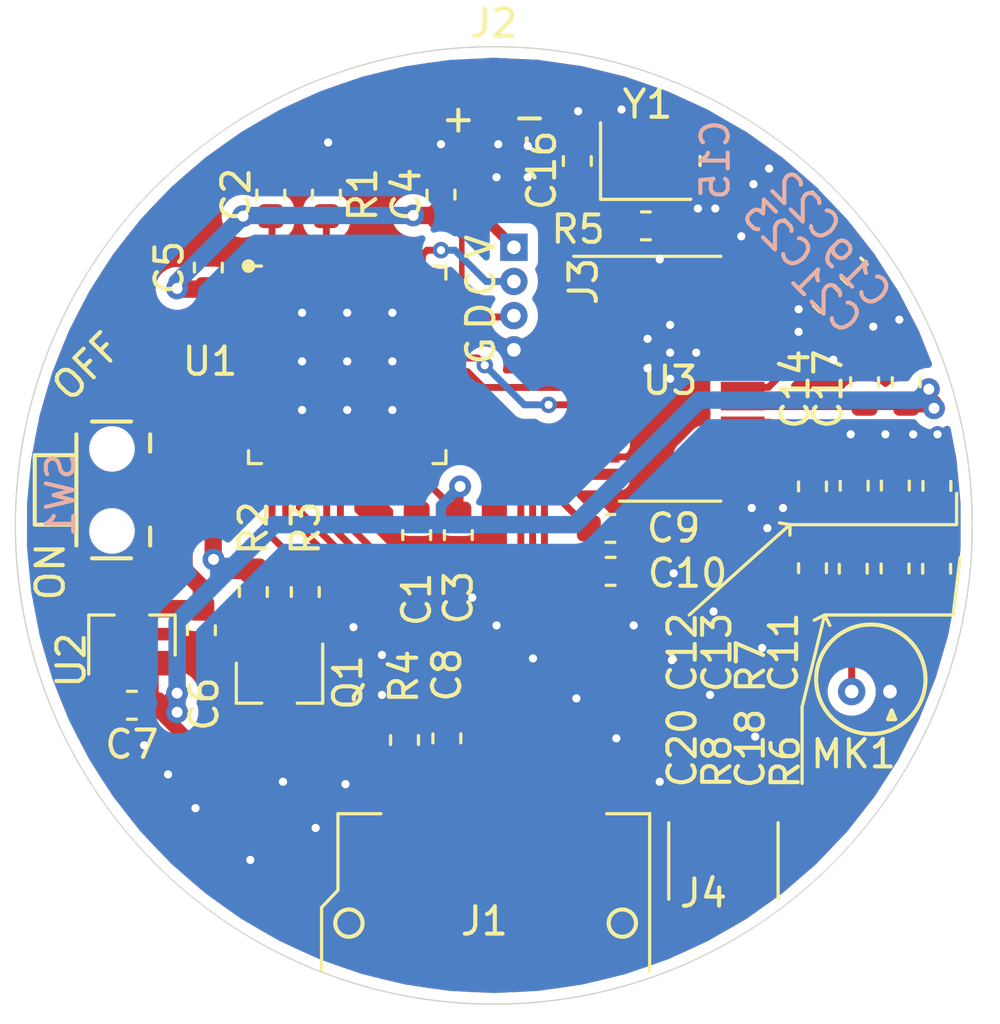
<source format=kicad_pcb>
(kicad_pcb (version 20171130) (host pcbnew "(5.1.6)-1")
  (layers (0 F.Cu signal) (31 B.Cu signal) (34 B.Paste user) (35 F.Paste user) (36 B.SilkS user) (37 F.SilkS user) (38 B.Mask user) (39 F.Mask user) (44 Edge.Cuts user))
  (net 0 "")
  (net 1 "Net-(C1-Pad2)")
  (net 2 Earth)
  (net 3 +3V3)
  (net 4 +5V)
  (net 5 "Net-(R1-Pad1)")
  (net 6 "Net-(U1-Pad46)")
  (net 7 "Net-(U1-Pad45)")
  (net 8 "Net-(U1-Pad43)")
  (net 9 "Net-(U1-Pad42)")
  (net 10 "Net-(U1-Pad41)")
  (net 11 "Net-(U1-Pad40)")
  (net 12 "Net-(U1-Pad39)")
  (net 13 "Net-(U1-Pad38)")
  (net 14 "Net-(U1-Pad33)")
  (net 15 "Net-(U1-Pad32)")
  (net 16 /TX)
  (net 17 /RX)
  (net 18 "Net-(U1-Pad25)")
  (net 19 "Net-(U1-Pad21)")
  (net 20 "Net-(U1-Pad20)")
  (net 21 "Net-(U1-Pad19)")
  (net 22 /SDA)
  (net 23 "Net-(U1-Pad16)")
  (net 24 /SCL)
  (net 25 /BLK)
  (net 26 /DC)
  (net 27 /RES)
  (net 28 "Net-(U1-Pad10)")
  (net 29 "Net-(U1-Pad7)")
  (net 30 "Net-(U1-Pad6)")
  (net 31 "Net-(U1-Pad5)")
  (net 32 "Net-(U1-Pad4)")
  (net 33 "Net-(U1-Pad3)")
  (net 34 "Net-(U1-Pad2)")
  (net 35 /LEDK)
  (net 36 /SWDIO)
  (net 37 /SWCLK)
  (net 38 /LED_G)
  (net 39 /LED_R)
  (net 40 /LED_B)
  (net 41 "Net-(Q1-Pad3)")
  (net 42 "Net-(U1-Pad12)")
  (net 43 "Net-(U1-Pad11)")
  (net 44 "Net-(C10-Pad1)")
  (net 45 "Net-(C11-Pad1)")
  (net 46 /VMIC)
  (net 47 "Net-(C15-Pad2)")
  (net 48 "Net-(C16-Pad2)")
  (net 49 "Net-(C18-Pad2)")
  (net 50 "Net-(C19-Pad1)")
  (net 51 /MIC_IN)
  (net 52 "Net-(C22-Pad1)")
  (net 53 "Net-(J2-Pad2)")
  (net 54 "Net-(MK1-Pad2)")
  (net 55 "Net-(U3-Pad22)")
  (net 56 "Net-(U3-Pad21)")
  (net 57 "Net-(U3-Pad14)")
  (net 58 "Net-(U3-Pad13)")
  (net 59 "Net-(U3-Pad10)")
  (net 60 "Net-(U3-Pad9)")
  (net 61 "Net-(U3-Pad4)")
  (net 62 "Net-(U3-Pad3)")
  (net 63 "Net-(U3-Pad2)")
  (net 64 "Net-(U3-Pad1)")
  (net 65 "Net-(U3-Pad5)")
  (net 66 "Net-(U3-Pad6)")
  (net 67 "Net-(SW1-Pad3)")
  (net 68 "Net-(Q1-Pad1)")
  (net 69 "Net-(U1-Pad29)")
  (net 70 "Net-(J4-Pad4)")
  (net 71 /LED)
  (net 72 "Net-(J4-Pad5)")
  (module SamacSys_Parts:Common_Connect_1.52x2.6_Handsoldering (layer F.Cu) (at 30 13.8 180)
    (fp_text reference J2 (at 0 2.159) (layer F.SilkS))
    (fp_text value battery)
    (pad 2 smd circle (at 1.3 0 180) (size 1.524 1.524) (layers F.Cu F.Paste F.Mask) (net 53 "Net-(J2-Pad2)"))
    (pad 1 smd circle (at -1.3 0 180) (size 1.524 1.524) (layers F.Cu F.Paste F.Mask) (net 2 Earth))
  )
  (module SamacSys_Parts:Condenser-Microphone-4012 (layer F.Cu) (at 43.7896 35.6235)
    (fp_text reference MK1 (at -0.635 2.7305) (layer F.SilkS))
    (fp_text value Microphone)
    (pad 1 thru_hole circle (at 0.7 0.45) (size 1 1) (drill 0.5) (layers *.Cu *.Mask) (net 2 Earth))
    (pad 2 thru_hole circle (at -0.7 0.45) (size 1 1) (drill 0.5) (layers *.Cu *.Mask) (net 54 "Net-(MK1-Pad2)"))
  )
  (module Package_TO_SOT_SMD:SOT-23 (layer F.Cu) (at 22.1615 35.7378 270)
    (fp_text reference Q1 (at 0 -2.5 90) (layer F.SilkS))
    (fp_text value SS8050)
    (pad 3 smd rect (at 1 0 270) (size 0.9 0.8) (layers F.Cu F.Paste F.Mask) (net 41 "Net-(Q1-Pad3)"))
    (pad 2 smd rect (at -1 0.95 270) (size 0.9 0.8) (layers F.Cu F.Paste F.Mask) (net 2 Earth))
    (pad 1 smd rect (at -1 -0.95 270) (size 0.9 0.8) (layers F.Cu F.Paste F.Mask) (net 68 "Net-(Q1-Pad1)"))
  )
  (module Capacitor_SMD:C_0603_1608Metric (layer F.Cu) (at 40.386 19.304 135)
    (fp_text reference C23 (at -0.044901 -0.044901 135) (layer B.SilkS) (effects (justify mirror)))
    (fp_text value 0.1uF)
    (pad 2 smd roundrect (at 0.7875 0 135) (size 0.875 0.95) (layers F.Cu F.Paste F.Mask) (net 2 Earth))
    (pad 1 smd roundrect (at -0.7875 0 135) (size 0.875 0.95) (layers F.Cu F.Paste F.Mask) (net 52 "Net-(C22-Pad1)"))
  )
  (module SamacSys_Parts:FPC-0.7x5-Handsoldering (layer F.Cu) (at 38.3667 41.3131)
    (fp_text reference J4 (at -0.6985 2.1336) (layer F.SilkS))
    (fp_text value LED)
    (pad 4 smd roundrect (at 0.7265 0) (size 0.35 2.3) (layers F.Cu F.Paste F.Mask) (net 70 "Net-(J4-Pad4)"))
    (pad 3 smd roundrect (at 0.0265 0) (size 0.35 2.3) (layers F.Cu F.Paste F.Mask) (net 71 /LED))
    (pad 2 smd roundrect (at -0.6735 0) (size 0.35 2.3) (layers F.Cu F.Paste F.Mask) (net 4 +5V))
    (pad 5 smd roundrect (at 1.4265 0) (size 0.35 2.3) (layers F.Cu F.Paste F.Mask) (net 72 "Net-(J4-Pad5)"))
    (pad 1 smd roundrect (at -1.3735 0) (size 0.35 2.3) (layers F.Cu F.Paste F.Mask) (net 2 Earth))
  )
  (module SamacSys_Parts:FPC-0.7-Handsoldering-1.28-TFT (layer F.Cu) (at 30 41.3004)
    (fp_text reference J1 (at -0.3455 3.166) (layer F.SilkS))
    (fp_text value Conn_01x12)
    (pad 12 smd roundrect (at 3.85 0) (size 0.35 2.3) (layers F.Cu F.Paste F.Mask) (net 2 Earth))
    (pad 11 smd roundrect (at 3.15 0) (size 0.35 2.3) (layers F.Cu F.Paste F.Mask) (net 27 /RES))
    (pad 10 smd roundrect (at 2.45 0) (size 0.35 2.3) (layers F.Cu F.Paste F.Mask) (net 22 /SDA))
    (pad 9 smd roundrect (at 1.75 0) (size 0.35 2.3) (layers F.Cu F.Paste F.Mask) (net 24 /SCL))
    (pad 8 smd roundrect (at 1.05 0) (size 0.35 2.3) (layers F.Cu F.Paste F.Mask) (net 2 Earth))
    (pad 1 smd roundrect (at -3.85 0) (size 0.35 2.3) (layers F.Cu F.Paste F.Mask) (net 2 Earth))
    (pad 2 smd roundrect (at -3.15 0) (size 0.35 2.3) (layers F.Cu F.Paste F.Mask) (net 35 /LEDK))
    (pad 3 smd roundrect (at -2.45 0) (size 0.35 2.3) (layers F.Cu F.Paste F.Mask) (net 3 +3V3))
    (pad 4 smd roundrect (at -1.75 0) (size 0.35 2.3) (layers F.Cu F.Paste F.Mask) (net 3 +3V3))
    (pad 5 smd roundrect (at -1.05 0) (size 0.35 2.3) (layers F.Cu F.Paste F.Mask) (net 2 Earth))
    (pad 7 smd roundrect (at 0.35 0) (size 0.35 2.3) (layers F.Cu F.Paste F.Mask) (net 26 /DC))
    (pad 6 smd roundrect (at -0.35 0) (size 0.35 2.3) (layers F.Cu F.Paste F.Mask) (net 2 Earth))
  )
  (module Crystal:Crystal_SMD_2520-4Pin_2.5x2.0mm (layer F.Cu) (at 35.554 16.68)
    (fp_text reference Y1 (at 0.0695 -2.075) (layer F.SilkS))
    (fp_text value 12MHz/12pF/10ppm)
    (pad 4 smd rect (at -0.875 -0.7) (size 1.15 1) (layers F.Cu F.Paste F.Mask) (net 2 Earth))
    (pad 3 smd rect (at 0.875 -0.7) (size 1.15 1) (layers F.Cu F.Paste F.Mask) (net 47 "Net-(C15-Pad2)"))
    (pad 2 smd rect (at 0.875 0.7) (size 1.15 1) (layers F.Cu F.Paste F.Mask) (net 2 Earth))
    (pad 1 smd rect (at -0.875 0.7) (size 1.15 1) (layers F.Cu F.Paste F.Mask) (net 48 "Net-(C16-Pad2)"))
  )
  (module Package_SO:QSOP-24_3.9x8.7mm_P0.635mm (layer F.Cu) (at 36.449 24.638)
    (fp_text reference U3 (at 0 0.0635) (layer F.SilkS))
    (fp_text value SNR8015VR)
    (pad 24 smd rect (at 2.6543 -3.4925) (size 1.6 0.41) (layers F.Cu F.Paste F.Mask) (net 47 "Net-(C15-Pad2)"))
    (pad 23 smd rect (at 2.6543 -2.8575) (size 1.6 0.41) (layers F.Cu F.Paste F.Mask) (net 48 "Net-(C16-Pad2)"))
    (pad 22 smd rect (at 2.6543 -2.2225) (size 1.6 0.41) (layers F.Cu F.Paste F.Mask) (net 55 "Net-(U3-Pad22)"))
    (pad 21 smd rect (at 2.6543 -1.5875) (size 1.6 0.41) (layers F.Cu F.Paste F.Mask) (net 56 "Net-(U3-Pad21)"))
    (pad 16 smd rect (at 2.6543 1.5875) (size 1.6 0.41) (layers F.Cu F.Paste F.Mask) (net 46 /VMIC))
    (pad 15 smd rect (at 2.6543 2.2225) (size 1.6 0.41) (layers F.Cu F.Paste F.Mask) (net 51 /MIC_IN))
    (pad 14 smd rect (at 2.6543 2.8575) (size 1.6 0.41) (layers F.Cu F.Paste F.Mask) (net 57 "Net-(U3-Pad14)"))
    (pad 13 smd rect (at 2.6543 3.4925) (size 1.6 0.41) (layers F.Cu F.Paste F.Mask) (net 58 "Net-(U3-Pad13)"))
    (pad 12 smd rect (at -2.6543 3.4925) (size 1.6 0.41) (layers F.Cu F.Paste F.Mask) (net 44 "Net-(C10-Pad1)"))
    (pad 11 smd rect (at -2.6543 2.8575) (size 1.6 0.41) (layers F.Cu F.Paste F.Mask) (net 2 Earth))
    (pad 10 smd rect (at -2.6543 2.2225) (size 1.6 0.41) (layers F.Cu F.Paste F.Mask) (net 59 "Net-(U3-Pad10)"))
    (pad 9 smd rect (at -2.6543 1.5875) (size 1.6 0.41) (layers F.Cu F.Paste F.Mask) (net 60 "Net-(U3-Pad9)"))
    (pad 4 smd rect (at -2.6543 -1.5875) (size 1.6 0.41) (layers F.Cu F.Paste F.Mask) (net 61 "Net-(U3-Pad4)"))
    (pad 3 smd rect (at -2.6543 -2.2225) (size 1.6 0.41) (layers F.Cu F.Paste F.Mask) (net 62 "Net-(U3-Pad3)"))
    (pad 2 smd rect (at -2.6543 -2.8575) (size 1.6 0.41) (layers F.Cu F.Paste F.Mask) (net 63 "Net-(U3-Pad2)"))
    (pad 1 smd rect (at -2.6543 -3.4925) (size 1.6 0.41) (layers F.Cu F.Paste F.Mask) (net 64 "Net-(U3-Pad1)"))
    (pad 5 smd rect (at -2.6543 -0.9525) (size 1.6 0.41) (layers F.Cu F.Paste F.Mask) (net 65 "Net-(U3-Pad5)"))
    (pad 6 smd rect (at -2.6543 -0.3175) (size 1.6 0.41) (layers F.Cu F.Paste F.Mask) (net 66 "Net-(U3-Pad6)"))
    (pad 19 smd rect (at 2.6543 -0.3175) (size 1.6 0.41) (layers F.Cu F.Paste F.Mask) (net 52 "Net-(C22-Pad1)"))
    (pad 20 smd rect (at 2.6543 -0.9525) (size 1.6 0.41) (layers F.Cu F.Paste F.Mask) (net 2 Earth))
    (pad 7 smd rect (at -2.6543 0.3175) (size 1.6 0.41) (layers F.Cu F.Paste F.Mask) (net 16 /TX))
    (pad 8 smd rect (at -2.6543 0.9525) (size 1.6 0.41) (layers F.Cu F.Paste F.Mask) (net 17 /RX))
    (pad 18 smd rect (at 2.6543 0.3175) (size 1.6 0.41) (layers F.Cu F.Paste F.Mask) (net 50 "Net-(C19-Pad1)"))
    (pad 17 smd rect (at 2.6543 0.9525) (size 1.6 0.41) (layers F.Cu F.Paste F.Mask) (net 3 +3V3))
  )
  (module SamacSys_Parts:MSKT-12C00-switch-smd (layer F.Cu) (at 17.78 28.702 270)
    (fp_text reference SW1 (at 0.1905 3.6195 90) (layer B.SilkS) (effects (justify mirror)))
    (fp_text value SW_SPDT)
    (pad "" np_thru_hole circle (at 1.5 1.7465) (size 0.9 0.9) (drill 0.9) (layers *.Cu *.Mask))
    (pad "" np_thru_hole circle (at -1.5 1.7465) (size 0.9 0.9) (drill 0.9) (layers *.Cu *.Mask))
    (pad 0 smd rect (at 2.667 2.921) (size 0.5 1) (layers F.Cu F.Paste F.Mask))
    (pad 0 smd rect (at -2.667 2.9215) (size 0.5 1) (layers F.Cu F.Paste F.Mask))
    (pad 0 smd rect (at 2.667 0.5715) (size 0.5 1) (layers F.Cu F.Paste F.Mask))
    (pad 0 smd rect (at -2.667 0.5715) (size 0.5 1) (layers F.Cu F.Paste F.Mask))
    (pad 3 smd rect (at -1 -0.1905 270) (size 0.5 1.3) (layers F.Cu F.Paste F.Mask) (net 67 "Net-(SW1-Pad3)"))
    (pad 1 smd rect (at 1 -0.1905 270) (size 0.5 1.3) (layers F.Cu F.Paste F.Mask) (net 4 +5V))
    (pad 2 smd rect (at 0 -0.1905 270) (size 0.5 1.3) (layers F.Cu F.Paste F.Mask) (net 53 "Net-(J2-Pad2)"))
  )
  (module Resistor_SMD:R_0603_1608Metric (layer F.Cu) (at 43.146 31.584 90)
    (fp_text reference R8 (at -7.0494 -4.9825 90) (layer F.SilkS))
    (fp_text value 220R)
    (pad 2 smd roundrect (at 0.7875 0 90) (size 0.875 0.95) (layers F.Cu F.Paste F.Mask) (net 49 "Net-(C18-Pad2)"))
    (pad 1 smd roundrect (at -0.7875 0 90) (size 0.875 0.95) (layers F.Cu F.Paste F.Mask) (net 54 "Net-(MK1-Pad2)"))
  )
  (module Resistor_SMD:R_0603_1608Metric (layer F.Cu) (at 44.686 28.544 90)
    (fp_text reference R7 (at -6.5969 -5.2906 90) (layer F.SilkS))
    (fp_text value 220R)
    (pad 2 smd roundrect (at 0.7875 0 90) (size 0.875 0.95) (layers F.Cu F.Paste F.Mask) (net 46 /VMIC))
    (pad 1 smd roundrect (at -0.7875 0 90) (size 0.875 0.95) (layers F.Cu F.Paste F.Mask) (net 45 "Net-(C11-Pad1)"))
  )
  (module Resistor_SMD:R_0603_1608Metric (layer F.Cu) (at 46.196 31.584 270)
    (fp_text reference R6 (at 7.0621 5.5306 90) (layer F.SilkS))
    (fp_text value 2.2K)
    (pad 2 smd roundrect (at 0.7875 0 270) (size 0.875 0.95) (layers F.Cu F.Paste F.Mask) (net 54 "Net-(MK1-Pad2)"))
    (pad 1 smd roundrect (at -0.7875 0 270) (size 0.875 0.95) (layers F.Cu F.Paste F.Mask) (net 45 "Net-(C11-Pad1)"))
  )
  (module Resistor_SMD:R_0603_1608Metric (layer F.Cu) (at 35.56 19.05)
    (fp_text reference R5 (at -2.4765 0.127) (layer F.SilkS))
    (fp_text value 82K)
    (pad 2 smd roundrect (at 0.7875 0) (size 0.875 0.95) (layers F.Cu F.Paste F.Mask) (net 47 "Net-(C15-Pad2)"))
    (pad 1 smd roundrect (at -0.7875 0) (size 0.875 0.95) (layers F.Cu F.Paste F.Mask) (net 48 "Net-(C16-Pad2)"))
  )
  (module Capacitor_SMD:C_0603_1608Metric (layer F.Cu) (at 41.402 18.288 135)
    (fp_text reference C22 (at -0.044901 -0.044901 135) (layer B.SilkS) (effects (justify mirror)))
    (fp_text value 4.7uF)
    (pad 2 smd roundrect (at 0.7875 0 135) (size 0.875 0.95) (layers F.Cu F.Paste F.Mask) (net 2 Earth))
    (pad 1 smd roundrect (at -0.7875 0 135) (size 0.875 0.95) (layers F.Cu F.Paste F.Mask) (net 52 "Net-(C22-Pad1)"))
  )
  (module Capacitor_SMD:C_0603_1608Metric (layer F.Cu) (at 42.164 21.717 135)
    (fp_text reference C21 (at 0 0 135) (layer B.SilkS) (effects (justify mirror)))
    (fp_text value 0.1uF)
    (pad 2 smd roundrect (at 0.7875 0 135) (size 0.875 0.95) (layers F.Cu F.Paste F.Mask) (net 2 Earth))
    (pad 1 smd roundrect (at -0.7875 0 135) (size 0.875 0.95) (layers F.Cu F.Paste F.Mask) (net 50 "Net-(C19-Pad1)"))
  )
  (module Capacitor_SMD:C_0603_1608Metric (layer F.Cu) (at 41.656 31.564 270)
    (fp_text reference C20 (at 6.5614 4.7625 90) (layer F.SilkS))
    (fp_text value 1uF)
    (pad 2 smd roundrect (at 0.7875 0 270) (size 0.875 0.95) (layers F.Cu F.Paste F.Mask) (net 49 "Net-(C18-Pad2)"))
    (pad 1 smd roundrect (at -0.7875 0 270) (size 0.875 0.95) (layers F.Cu F.Paste F.Mask) (net 51 /MIC_IN))
  )
  (module Capacitor_SMD:C_0603_1608Metric (layer F.Cu) (at 43.18 20.701 135)
    (fp_text reference C19 (at -0.089803 0 135) (layer B.SilkS) (effects (justify mirror)))
    (fp_text value 4.7uF)
    (pad 2 smd roundrect (at 0.7875 0 135) (size 0.875 0.95) (layers F.Cu F.Paste F.Mask) (net 2 Earth))
    (pad 1 smd roundrect (at -0.7875 0 135) (size 0.875 0.95) (layers F.Cu F.Paste F.Mask) (net 50 "Net-(C19-Pad1)"))
  )
  (module Capacitor_SMD:C_0603_1608Metric (layer F.Cu) (at 44.676 31.574 270)
    (fp_text reference C18 (at 6.5768 5.2933 90) (layer F.SilkS))
    (fp_text value 100pF)
    (pad 2 smd roundrect (at 0.7875 0 270) (size 0.875 0.95) (layers F.Cu F.Paste F.Mask) (net 49 "Net-(C18-Pad2)"))
    (pad 1 smd roundrect (at -0.7875 0 270) (size 0.875 0.95) (layers F.Cu F.Paste F.Mask) (net 2 Earth))
  )
  (module Capacitor_SMD:C_0603_1608Metric (layer F.Cu) (at 45.085 24.765 90)
    (fp_text reference C17 (at -0.254 -2.8575 270) (layer F.SilkS))
    (fp_text value 0.1uF)
    (pad 2 smd roundrect (at 0.7875 0 90) (size 0.875 0.95) (layers F.Cu F.Paste F.Mask) (net 2 Earth))
    (pad 1 smd roundrect (at -0.7875 0 90) (size 0.875 0.95) (layers F.Cu F.Paste F.Mask) (net 3 +3V3))
  )
  (module Capacitor_SMD:C_0603_1608Metric (layer F.Cu) (at 33.054 16.68 270)
    (fp_text reference C16 (at 0.338 1.304 90) (layer F.SilkS))
    (fp_text value 12pF)
    (pad 2 smd roundrect (at 0.7875 0 270) (size 0.875 0.95) (layers F.Cu F.Paste F.Mask) (net 48 "Net-(C16-Pad2)"))
    (pad 1 smd roundrect (at -0.7875 0 270) (size 0.875 0.95) (layers F.Cu F.Paste F.Mask) (net 2 Earth))
  )
  (module Capacitor_SMD:C_0603_1608Metric (layer F.Cu) (at 38.054 16.68 90)
    (fp_text reference C15 (at 0.043 0.046 90) (layer B.SilkS) (effects (justify mirror)))
    (fp_text value 12pF)
    (pad 2 smd roundrect (at 0.7875 0 90) (size 0.875 0.95) (layers F.Cu F.Paste F.Mask) (net 47 "Net-(C15-Pad2)"))
    (pad 1 smd roundrect (at -0.7875 0 90) (size 0.875 0.95) (layers F.Cu F.Paste F.Mask) (net 2 Earth))
  )
  (module Capacitor_SMD:C_0603_1608Metric (layer F.Cu) (at 43.561 24.765 90)
    (fp_text reference C14 (at -0.254 -2.54 90) (layer F.SilkS))
    (fp_text value 4.7uF)
    (pad 2 smd roundrect (at 0.7875 0 90) (size 0.875 0.95) (layers F.Cu F.Paste F.Mask) (net 2 Earth))
    (pad 1 smd roundrect (at -0.7875 0 90) (size 0.875 0.95) (layers F.Cu F.Paste F.Mask) (net 3 +3V3))
  )
  (module Capacitor_SMD:C_0603_1608Metric (layer F.Cu) (at 43.18 28.5495 270)
    (fp_text reference C13 (at 6.0961 5.0165 90) (layer F.SilkS))
    (fp_text value 0.1uF)
    (pad 2 smd roundrect (at 0.7875 0 270) (size 0.875 0.95) (layers F.Cu F.Paste F.Mask) (net 2 Earth))
    (pad 1 smd roundrect (at -0.7875 0 270) (size 0.875 0.95) (layers F.Cu F.Paste F.Mask) (net 46 /VMIC))
  )
  (module Capacitor_SMD:C_0603_1608Metric (layer F.Cu) (at 41.656 28.575 270)
    (fp_text reference C12 (at 6.0706 4.7625 90) (layer F.SilkS))
    (fp_text value 1uF)
    (pad 2 smd roundrect (at 0.7875 0 270) (size 0.875 0.95) (layers F.Cu F.Paste F.Mask) (net 2 Earth))
    (pad 1 smd roundrect (at -0.7875 0 270) (size 0.875 0.95) (layers F.Cu F.Paste F.Mask) (net 46 /VMIC))
  )
  (module Capacitor_SMD:C_0603_1608Metric (layer F.Cu) (at 46.206 28.554 90)
    (fp_text reference C11 (at -6.0789 -5.6041 90) (layer F.SilkS))
    (fp_text value 4.7uF)
    (pad 2 smd roundrect (at 0.7875 0 90) (size 0.875 0.95) (layers F.Cu F.Paste F.Mask) (net 2 Earth))
    (pad 1 smd roundrect (at -0.7875 0 90) (size 0.875 0.95) (layers F.Cu F.Paste F.Mask) (net 45 "Net-(C11-Pad1)"))
  )
  (module Capacitor_SMD:C_0603_1608Metric (layer F.Cu) (at 34.273 31.679)
    (fp_text reference C10 (at 2.811 0.071) (layer F.SilkS))
    (fp_text value 0.1uF)
    (pad 2 smd roundrect (at 0.7875 0) (size 0.875 0.95) (layers F.Cu F.Paste F.Mask) (net 2 Earth))
    (pad 1 smd roundrect (at -0.7875 0) (size 0.875 0.95) (layers F.Cu F.Paste F.Mask) (net 44 "Net-(C10-Pad1)"))
  )
  (module Capacitor_SMD:C_0603_1608Metric (layer F.Cu) (at 34.263 30.109)
    (fp_text reference C9 (at 2.313 -0.01) (layer F.SilkS))
    (fp_text value 4.7uF)
    (pad 2 smd roundrect (at 0.7875 0) (size 0.875 0.95) (layers F.Cu F.Paste F.Mask) (net 2 Earth))
    (pad 1 smd roundrect (at -0.7875 0) (size 0.875 0.95) (layers F.Cu F.Paste F.Mask) (net 44 "Net-(C10-Pad1)"))
  )
  (module Package_TO_SOT_SMD:SOT-23 (layer F.Cu) (at 16.764 34.036 90)
    (fp_text reference U2 (at -0.889 -2.2225 90) (layer F.SilkS))
    (fp_text value XC6206)
    (pad 3 smd rect (at 1 0 90) (size 0.9 0.8) (layers F.Cu F.Paste F.Mask) (net 4 +5V))
    (pad 2 smd rect (at -1 0.95 90) (size 0.9 0.8) (layers F.Cu F.Paste F.Mask) (net 3 +3V3))
    (pad 1 smd rect (at -1 -0.95 90) (size 0.9 0.8) (layers F.Cu F.Paste F.Mask) (net 2 Earth))
  )
  (module Package_DFN_QFN:QFN-48-1EP_7x7mm_P0.5mm_EP5.6x5.6mm (layer F.Cu) (at 24.638 24.13)
    (fp_text reference U1 (at -5.0165 -0.127) (layer F.SilkS))
    (fp_text value STM32F401CCUx)
    (pad 49 smd rect (at 0 0) (size 5.6 5.6) (layers F.Cu F.Mask) (net 2 Earth))
    (pad 48 smd roundrect (at -2.75 -3.4375) (size 0.25 0.875) (layers F.Cu F.Paste F.Mask) (net 3 +3V3))
    (pad 47 smd roundrect (at -2.25 -3.4375) (size 0.25 0.875) (layers F.Cu F.Paste F.Mask) (net 2 Earth))
    (pad 46 smd roundrect (at -1.75 -3.4375) (size 0.25 0.875) (layers F.Cu F.Paste F.Mask) (net 6 "Net-(U1-Pad46)"))
    (pad 45 smd roundrect (at -1.25 -3.4375) (size 0.25 0.875) (layers F.Cu F.Paste F.Mask) (net 7 "Net-(U1-Pad45)"))
    (pad 44 smd roundrect (at -0.75 -3.4375) (size 0.25 0.875) (layers F.Cu F.Paste F.Mask) (net 5 "Net-(R1-Pad1)"))
    (pad 43 smd roundrect (at -0.25 -3.4375) (size 0.25 0.875) (layers F.Cu F.Paste F.Mask) (net 8 "Net-(U1-Pad43)"))
    (pad 42 smd roundrect (at 0.25 -3.4375) (size 0.25 0.875) (layers F.Cu F.Paste F.Mask) (net 9 "Net-(U1-Pad42)"))
    (pad 41 smd roundrect (at 0.75 -3.4375) (size 0.25 0.875) (layers F.Cu F.Paste F.Mask) (net 10 "Net-(U1-Pad41)"))
    (pad 40 smd roundrect (at 1.25 -3.4375) (size 0.25 0.875) (layers F.Cu F.Paste F.Mask) (net 11 "Net-(U1-Pad40)"))
    (pad 39 smd roundrect (at 1.75 -3.4375) (size 0.25 0.875) (layers F.Cu F.Paste F.Mask) (net 12 "Net-(U1-Pad39)"))
    (pad 38 smd roundrect (at 2.25 -3.4375) (size 0.25 0.875) (layers F.Cu F.Paste F.Mask) (net 13 "Net-(U1-Pad38)"))
    (pad 37 smd roundrect (at 2.75 -3.4375) (size 0.25 0.875) (layers F.Cu F.Paste F.Mask) (net 37 /SWCLK))
    (pad 36 smd roundrect (at 3.4375 -2.75) (size 0.875 0.25) (layers F.Cu F.Paste F.Mask) (net 3 +3V3))
    (pad 35 smd roundrect (at 3.4375 -2.25) (size 0.875 0.25) (layers F.Cu F.Paste F.Mask) (net 2 Earth))
    (pad 34 smd roundrect (at 3.4375 -1.75) (size 0.875 0.25) (layers F.Cu F.Paste F.Mask) (net 36 /SWDIO))
    (pad 33 smd roundrect (at 3.4375 -1.25) (size 0.875 0.25) (layers F.Cu F.Paste F.Mask) (net 14 "Net-(U1-Pad33)"))
    (pad 32 smd roundrect (at 3.4375 -0.75) (size 0.875 0.25) (layers F.Cu F.Paste F.Mask) (net 15 "Net-(U1-Pad32)"))
    (pad 31 smd roundrect (at 3.4375 -0.25) (size 0.875 0.25) (layers F.Cu F.Paste F.Mask) (net 17 /RX))
    (pad 30 smd roundrect (at 3.4375 0.25) (size 0.875 0.25) (layers F.Cu F.Paste F.Mask) (net 16 /TX))
    (pad 29 smd roundrect (at 3.4375 0.75) (size 0.875 0.25) (layers F.Cu F.Paste F.Mask) (net 69 "Net-(U1-Pad29)"))
    (pad 28 smd roundrect (at 3.4375 1.25) (size 0.875 0.25) (layers F.Cu F.Paste F.Mask) (net 40 /LED_B))
    (pad 27 smd roundrect (at 3.4375 1.75) (size 0.875 0.25) (layers F.Cu F.Paste F.Mask) (net 39 /LED_R))
    (pad 26 smd roundrect (at 3.4375 2.25) (size 0.875 0.25) (layers F.Cu F.Paste F.Mask) (net 38 /LED_G))
    (pad 25 smd roundrect (at 3.4375 2.75) (size 0.875 0.25) (layers F.Cu F.Paste F.Mask) (net 18 "Net-(U1-Pad25)"))
    (pad 24 smd roundrect (at 2.75 3.4375) (size 0.25 0.875) (layers F.Cu F.Paste F.Mask) (net 3 +3V3))
    (pad 23 smd roundrect (at 2.25 3.4375) (size 0.25 0.875) (layers F.Cu F.Paste F.Mask) (net 2 Earth))
    (pad 22 smd roundrect (at 1.75 3.4375) (size 0.25 0.875) (layers F.Cu F.Paste F.Mask) (net 1 "Net-(C1-Pad2)"))
    (pad 21 smd roundrect (at 1.25 3.4375) (size 0.25 0.875) (layers F.Cu F.Paste F.Mask) (net 19 "Net-(U1-Pad21)"))
    (pad 20 smd roundrect (at 0.75 3.4375) (size 0.25 0.875) (layers F.Cu F.Paste F.Mask) (net 20 "Net-(U1-Pad20)"))
    (pad 19 smd roundrect (at 0.25 3.4375) (size 0.25 0.875) (layers F.Cu F.Paste F.Mask) (net 21 "Net-(U1-Pad19)"))
    (pad 18 smd roundrect (at -0.25 3.4375) (size 0.25 0.875) (layers F.Cu F.Paste F.Mask) (net 27 /RES))
    (pad 17 smd roundrect (at -0.75 3.4375) (size 0.25 0.875) (layers F.Cu F.Paste F.Mask) (net 22 /SDA))
    (pad 16 smd roundrect (at -1.25 3.4375) (size 0.25 0.875) (layers F.Cu F.Paste F.Mask) (net 23 "Net-(U1-Pad16)"))
    (pad 15 smd roundrect (at -1.75 3.4375) (size 0.25 0.875) (layers F.Cu F.Paste F.Mask) (net 24 /SCL))
    (pad 14 smd roundrect (at -2.25 3.4375) (size 0.25 0.875) (layers F.Cu F.Paste F.Mask) (net 26 /DC))
    (pad 13 smd roundrect (at -2.75 3.4375) (size 0.25 0.875) (layers F.Cu F.Paste F.Mask) (net 25 /BLK))
    (pad 12 smd roundrect (at -3.4375 2.75) (size 0.875 0.25) (layers F.Cu F.Paste F.Mask) (net 42 "Net-(U1-Pad12)"))
    (pad 11 smd roundrect (at -3.4375 2.25) (size 0.875 0.25) (layers F.Cu F.Paste F.Mask) (net 43 "Net-(U1-Pad11)"))
    (pad 10 smd roundrect (at -3.4375 1.75) (size 0.875 0.25) (layers F.Cu F.Paste F.Mask) (net 28 "Net-(U1-Pad10)"))
    (pad 9 smd roundrect (at -3.4375 1.25) (size 0.875 0.25) (layers F.Cu F.Paste F.Mask) (net 3 +3V3))
    (pad 8 smd roundrect (at -3.4375 0.75) (size 0.875 0.25) (layers F.Cu F.Paste F.Mask) (net 2 Earth))
    (pad 7 smd roundrect (at -3.4375 0.25) (size 0.875 0.25) (layers F.Cu F.Paste F.Mask) (net 29 "Net-(U1-Pad7)"))
    (pad 6 smd roundrect (at -3.4375 -0.25) (size 0.875 0.25) (layers F.Cu F.Paste F.Mask) (net 30 "Net-(U1-Pad6)"))
    (pad 5 smd roundrect (at -3.4375 -0.75) (size 0.875 0.25) (layers F.Cu F.Paste F.Mask) (net 31 "Net-(U1-Pad5)"))
    (pad 4 smd roundrect (at -3.4375 -1.25) (size 0.875 0.25) (layers F.Cu F.Paste F.Mask) (net 32 "Net-(U1-Pad4)"))
    (pad 3 smd roundrect (at -3.4375 -1.75) (size 0.875 0.25) (layers F.Cu F.Paste F.Mask) (net 33 "Net-(U1-Pad3)"))
    (pad 2 smd roundrect (at -3.4375 -2.25) (size 0.875 0.25) (layers F.Cu F.Paste F.Mask) (net 34 "Net-(U1-Pad2)"))
    (pad 1 smd roundrect (at -3.4375 -2.75) (size 0.875 0.25) (layers F.Cu F.Paste F.Mask) (net 3 +3V3))
  )
  (module Resistor_SMD:R_0603_1608Metric (layer F.Cu) (at 26.7335 37.846 90)
    (fp_text reference R4 (at 2.3205 -0.025 90) (layer F.SilkS))
    (fp_text value 10R)
    (pad 2 smd roundrect (at 0.7875 0 90) (size 0.875 0.95) (layers F.Cu F.Paste F.Mask) (net 41 "Net-(Q1-Pad3)"))
    (pad 1 smd roundrect (at -0.7875 0 90) (size 0.875 0.95) (layers F.Cu F.Paste F.Mask) (net 35 /LEDK))
  )
  (module Resistor_SMD:R_0603_1608Metric (layer F.Cu) (at 21.204 32.434 270)
    (fp_text reference R3 (at -2.335 -1.91 90) (layer F.SilkS))
    (fp_text value 10K)
    (pad 2 smd roundrect (at 0.7875 0 270) (size 0.875 0.95) (layers F.Cu F.Paste F.Mask) (net 68 "Net-(Q1-Pad1)"))
    (pad 1 smd roundrect (at -0.7875 0 270) (size 0.875 0.95) (layers F.Cu F.Paste F.Mask) (net 3 +3V3))
  )
  (module Resistor_SMD:R_0603_1608Metric (layer F.Cu) (at 23.104 32.434 90)
    (fp_text reference R2 (at 2.335 -1.895 90) (layer F.SilkS))
    (fp_text value 1K)
    (pad 2 smd roundrect (at 0.7875 0 90) (size 0.875 0.95) (layers F.Cu F.Paste F.Mask) (net 25 /BLK))
    (pad 1 smd roundrect (at -0.7875 0 90) (size 0.875 0.95) (layers F.Cu F.Paste F.Mask) (net 68 "Net-(Q1-Pad1)"))
  )
  (module Resistor_SMD:R_0603_1608Metric (layer F.Cu) (at 23.876 17.907 90)
    (fp_text reference R1 (at 0 1.3335 90) (layer F.SilkS))
    (fp_text value 100K)
    (pad 2 smd roundrect (at 0.7875 0 90) (size 0.875 0.95) (layers F.Cu F.Paste F.Mask) (net 2 Earth))
    (pad 1 smd roundrect (at -0.7875 0 90) (size 0.875 0.95) (layers F.Cu F.Paste F.Mask) (net 5 "Net-(R1-Pad1)"))
  )
  (module SamacSys_Parts:Con-1x4-P1.25mm (layer F.Cu) (at 30.734 21.082 270)
    (fp_text reference J3 (at 0 -2.54 90) (layer F.SilkS))
    (fp_text value SWD)
    (pad 4 thru_hole oval (at 2.5 0 270) (size 1 1) (drill 0.5) (layers *.Cu *.Mask) (net 2 Earth))
    (pad 3 thru_hole oval (at 1.25 0 270) (size 1 1) (drill 0.5) (layers *.Cu *.Mask) (net 36 /SWDIO))
    (pad 2 thru_hole oval (at 0 0 270) (size 1 1) (drill 0.5) (layers *.Cu *.Mask) (net 37 /SWCLK))
    (pad 1 thru_hole rect (at -1.25 0 270) (size 1 1) (drill 0.5) (layers *.Cu *.Mask) (net 3 +3V3))
  )
  (module Capacitor_SMD:C_0603_1608Metric (layer F.Cu) (at 28.2829 37.7825 90)
    (fp_text reference C8 (at 2.3205 -0.001 90) (layer F.SilkS))
    (fp_text value 0.1uF)
    (pad 2 smd roundrect (at 0.7875 0 90) (size 0.875 0.95) (layers F.Cu F.Paste F.Mask) (net 2 Earth))
    (pad 1 smd roundrect (at -0.7875 0 90) (size 0.875 0.95) (layers F.Cu F.Paste F.Mask) (net 3 +3V3))
  )
  (module Capacitor_SMD:C_0603_1608Metric (layer F.Cu) (at 16.764 36.576 180)
    (fp_text reference C7 (at 0 -1.43) (layer F.SilkS))
    (fp_text value 1uF)
    (pad 2 smd roundrect (at 0.7875 0 180) (size 0.875 0.95) (layers F.Cu F.Paste F.Mask) (net 2 Earth))
    (pad 1 smd roundrect (at -0.7875 0 180) (size 0.875 0.95) (layers F.Cu F.Paste F.Mask) (net 3 +3V3))
  )
  (module Capacitor_SMD:C_0603_1608Metric (layer F.Cu) (at 19.304 33.831962 270)
    (fp_text reference C6 (at 2.7 -0.1 90) (layer F.SilkS))
    (fp_text value 1uF)
    (pad 2 smd roundrect (at 0.7875 0 270) (size 0.875 0.95) (layers F.Cu F.Paste F.Mask) (net 2 Earth))
    (pad 1 smd roundrect (at -0.7875 0 270) (size 0.875 0.95) (layers F.Cu F.Paste F.Mask) (net 4 +5V))
  )
  (module Capacitor_SMD:C_0603_1608Metric (layer F.Cu) (at 19.558 20.574 90)
    (fp_text reference C5 (at 0 -1.43 90) (layer F.SilkS))
    (fp_text value 1uF)
    (pad 2 smd roundrect (at 0.7875 0 90) (size 0.875 0.95) (layers F.Cu F.Paste F.Mask) (net 2 Earth))
    (pad 1 smd roundrect (at -0.7875 0 90) (size 0.875 0.95) (layers F.Cu F.Paste F.Mask) (net 3 +3V3))
  )
  (module Capacitor_SMD:C_0603_1608Metric (layer F.Cu) (at 28.067 17.907 90)
    (fp_text reference C4 (at 0 -1.27 90) (layer F.SilkS))
    (fp_text value 1uF)
    (pad 2 smd roundrect (at 0.7875 0 90) (size 0.875 0.95) (layers F.Cu F.Paste F.Mask) (net 2 Earth))
    (pad 1 smd roundrect (at -0.7875 0 90) (size 0.875 0.95) (layers F.Cu F.Paste F.Mask) (net 3 +3V3))
  )
  (module Capacitor_SMD:C_0603_1608Metric (layer F.Cu) (at 28.702 30.353 270)
    (fp_text reference C3 (at 2.286 0 90) (layer F.SilkS))
    (fp_text value 1uF)
    (pad 2 smd roundrect (at 0.7875 0 270) (size 0.875 0.95) (layers F.Cu F.Paste F.Mask) (net 2 Earth))
    (pad 1 smd roundrect (at -0.7875 0 270) (size 0.875 0.95) (layers F.Cu F.Paste F.Mask) (net 3 +3V3))
  )
  (module Capacitor_SMD:C_0603_1608Metric (layer F.Cu) (at 21.844 17.907 90)
    (fp_text reference C2 (at 0 -1.27 90) (layer F.SilkS))
    (fp_text value 1uF)
    (pad 2 smd roundrect (at 0.7875 0 90) (size 0.875 0.95) (layers F.Cu F.Paste F.Mask) (net 2 Earth))
    (pad 1 smd roundrect (at -0.7875 0 90) (size 0.875 0.95) (layers F.Cu F.Paste F.Mask) (net 3 +3V3))
  )
  (module Capacitor_SMD:C_0603_1608Metric (layer F.Cu) (at 27.178 30.353 90)
    (fp_text reference C1 (at -2.3495 0 90) (layer F.SilkS))
    (fp_text value 2.2uF)
    (pad 2 smd roundrect (at 0.7875 0 90) (size 0.875 0.95) (layers F.Cu F.Paste F.Mask) (net 1 "Net-(C1-Pad2)"))
    (pad 1 smd roundrect (at -0.7875 0 90) (size 0.875 0.95) (layers F.Cu F.Paste F.Mask) (net 2 Earth))
  )
  (gr_text - (at 31.3055 15.0495) (layer F.SilkS) (effects (font (size 1 1))))
  (gr_text + (at 28.702 15.113) (layer F.SilkS) (effects (font (size 1 1))))
  (gr_text G (at 29.5275 23.622 90) (layer F.SilkS) (effects (font (size 1 1))))
  (gr_text V (at 29.5275 19.812 90) (layer F.SilkS) (effects (font (size 1 1))))
  (gr_text C (at 29.5275 21.1455 90) (layer F.SilkS) (effects (font (size 1 1))))
  (gr_text D (at 29.5275 22.352 90) (layer F.SilkS) (effects (font (size 1 1))))
  (gr_circle (center 21.028 20.52) (end 21.082 20.701) (layer F.SilkS) (width 0.12))
  (gr_circle (center 21.028 20.52) (end 21.082 20.574) (layer F.SilkS) (width 0.12))
  (gr_line (start 46.7995 33.274) (end 47.0535 31.1785) (layer F.SilkS) (width 0.12))
  (gr_line (start 46.4185 33.274) (end 46.7995 33.274) (layer F.SilkS) (width 0.12))
  (gr_line (start 46.9265 29.972) (end 46.9265 28.829) (layer F.SilkS) (width 0.12))
  (gr_line (start 46.863 29.972) (end 46.9265 29.972) (layer F.SilkS) (width 0.12))
  (gr_line (start 40.8305 29.972) (end 46.863 29.972) (layer F.SilkS) (width 0.12))
  (gr_line (start 40.8305 29.972) (end 40.8305 30.353) (layer F.SilkS) (width 0.12))
  (gr_line (start 40.8305 29.972) (end 40.4495 29.9085) (layer F.SilkS) (width 0.12))
  (gr_line (start 42.291 33.655) (end 42.1005 33.274) (layer F.SilkS) (width 0.12))
  (gr_line (start 41.7195 33.4645) (end 42.1005 33.274) (layer F.SilkS) (width 0.12))
  (gr_line (start 41.275 36.6395) (end 42.1005 33.274) (layer F.SilkS) (width 0.12))
  (gr_line (start 41.275 39.4335) (end 41.275 36.6395) (layer F.SilkS) (width 0.12))
  (gr_line (start 40.8305 29.972) (end 37.1475 33.274) (layer F.SilkS) (width 0.12))
  (gr_line (start 46.4185 33.274) (end 42.1005 33.274) (layer F.SilkS) (width 0.12))
  (gr_text OFF (at 15.113 24.1935 45) (layer F.SilkS) (effects (font (size 1 1))))
  (gr_text ON (at 13.7795 31.6865 90) (layer F.SilkS) (effects (font (size 1 1))))
  (gr_circle (center 30 30) (end 47.5 30) (layer Edge.Cuts) (width 0.05))
  (segment (start 26.388 28.7755) (end 27.178 29.5655) (width 0.254) (layer F.Cu) (net 1))
  (segment (start 26.388 27.5675) (end 26.388 28.7755) (width 0.254) (layer F.Cu) (net 1))
  (via (at 23.9395 16.002) (size 0.6) (drill 0.3) (layers F.Cu B.Cu) (net 2))
  (via (at 33.0835 14.859) (size 0.6) (drill 0.3) (layers F.Cu B.Cu) (net 2))
  (via (at 41.148 22.9235) (size 0.6) (drill 0.3) (layers F.Cu B.Cu) (net 2))
  (via (at 41.148 22.098) (size 0.6) (drill 0.3) (layers F.Cu B.Cu) (net 2))
  (via (at 45.339 26.67) (size 0.6) (drill 0.3) (layers F.Cu B.Cu) (net 2))
  (via (at 46.228 26.67) (size 0.6) (drill 0.3) (layers F.Cu B.Cu) (net 2))
  (via (at 26.289 25.781) (size 0.6) (drill 0.3) (layers F.Cu B.Cu) (net 2))
  (via (at 24.638 25.781) (size 0.6) (drill 0.3) (layers F.Cu B.Cu) (net 2))
  (via (at 22.987 25.781) (size 0.6) (drill 0.3) (layers F.Cu B.Cu) (net 2))
  (via (at 22.987 22.225) (size 0.6) (drill 0.3) (layers F.Cu B.Cu) (net 2))
  (via (at 24.638 22.225) (size 0.6) (drill 0.3) (layers F.Cu B.Cu) (net 2))
  (via (at 26.289 24.003) (size 0.6) (drill 0.3) (layers F.Cu B.Cu) (net 2))
  (via (at 24.638 24.003) (size 0.6) (drill 0.3) (layers F.Cu B.Cu) (net 2))
  (via (at 22.987 24.003) (size 0.6) (drill 0.3) (layers F.Cu B.Cu) (net 2))
  (via (at 38.1 18.415) (size 0.6) (drill 0.3) (layers F.Cu B.Cu) (net 2))
  (via (at 37.465 18.415) (size 0.6) (drill 0.3) (layers F.Cu B.Cu) (net 2))
  (segment (start 28.95 42.3) (end 28.956 42.294) (width 0.254) (layer F.Cu) (net 2))
  (segment (start 28.956 42.294) (end 28.956 40.513) (width 0.254) (layer F.Cu) (net 2))
  (segment (start 43.1545 29.3625) (end 43.18 29.337) (width 0.254) (layer F.Cu) (net 2))
  (segment (start 41.656 29.3625) (end 41.656 29.3625) (width 0.254) (layer F.Cu) (net 2))
  (segment (start 44.6295 30.7865) (end 43.18 29.337) (width 0.254) (layer F.Cu) (net 2))
  (segment (start 44.676 30.7865) (end 44.6295 30.7865) (width 0.254) (layer F.Cu) (net 2))
  (segment (start 44.676 30.7865) (end 44.761 30.7865) (width 0.254) (layer F.Cu) (net 2))
  (via (at 36.068 20.273333) (size 0.6) (drill 0.3) (layers F.Cu B.Cu) (net 2))
  (segment (start 36.056994 18.161) (end 35.560666 18.657328) (width 0.2032) (layer F.Cu) (net 2))
  (segment (start 35.560666 18.657328) (end 35.560666 19.765999) (width 0.2032) (layer F.Cu) (net 2))
  (segment (start 37.465 18.415) (end 37.211 18.161) (width 0.2032) (layer F.Cu) (net 2))
  (segment (start 35.560666 19.765999) (end 36.068 20.273333) (width 0.2032) (layer F.Cu) (net 2))
  (segment (start 37.211 18.161) (end 36.056994 18.161) (width 0.2032) (layer F.Cu) (net 2))
  (segment (start 36.429 17.788994) (end 36.056994 18.161) (width 0.2032) (layer F.Cu) (net 2))
  (segment (start 36.429 17.38) (end 36.429 17.788994) (width 0.2032) (layer F.Cu) (net 2))
  (segment (start 37.465 18.415) (end 38.1 18.415) (width 0.2032) (layer F.Cu) (net 2))
  (segment (start 38.1 17.5135) (end 38.054 17.4675) (width 0.2032) (layer F.Cu) (net 2))
  (segment (start 38.1 18.415) (end 38.1 17.5135) (width 0.2032) (layer F.Cu) (net 2))
  (segment (start 33.1415 15.98) (end 33.054 15.8925) (width 0.2032) (layer F.Cu) (net 2))
  (segment (start 34.679 15.98) (end 33.1415 15.98) (width 0.2032) (layer F.Cu) (net 2))
  (segment (start 33.054 15.554) (end 31.51475 14.01475) (width 0.2032) (layer F.Cu) (net 2))
  (segment (start 33.054 15.8925) (end 33.054 15.554) (width 0.2032) (layer F.Cu) (net 2))
  (segment (start 26.888 21.88) (end 24.638 24.13) (width 0.2032) (layer F.Cu) (net 2))
  (segment (start 28.0755 21.88) (end 26.888 21.88) (width 0.2032) (layer F.Cu) (net 2))
  (segment (start 26.888 26.38) (end 24.638 24.13) (width 0.254) (layer F.Cu) (net 2))
  (segment (start 26.888 27.5675) (end 26.888 26.38) (width 0.254) (layer F.Cu) (net 2))
  (segment (start 23.888 24.88) (end 24.638 24.13) (width 0.254) (layer F.Cu) (net 2))
  (segment (start 21.2005 24.88) (end 23.888 24.88) (width 0.254) (layer F.Cu) (net 2))
  (via (at 26.289 22.225) (size 0.6) (drill 0.3) (layers F.Cu B.Cu) (net 2))
  (segment (start 22.388 21.88) (end 24.638 24.13) (width 0.254) (layer F.Cu) (net 2))
  (segment (start 22.388 20.6925) (end 22.388 21.88) (width 0.254) (layer F.Cu) (net 2))
  (segment (start 21.844 17.1195) (end 23.876 17.1195) (width 0.254) (layer F.Cu) (net 2))
  (segment (start 23.876 17.1195) (end 28.067 17.1195) (width 0.254) (layer F.Cu) (net 2))
  (segment (start 28.067 17.033) (end 28.067 17.1195) (width 0.254) (layer F.Cu) (net 2))
  (segment (start 31.3 13.8) (end 31.02725 14.07275) (width 0.254) (layer F.Cu) (net 2))
  (segment (start 15.814 36.5405) (end 15.8495 36.576) (width 0.254) (layer F.Cu) (net 2))
  (segment (start 15.814 35.036) (end 15.814 35.036) (width 0.254) (layer F.Cu) (net 2))
  (segment (start 28.702 31.1405) (end 27.178 31.1405) (width 0.254) (layer F.Cu) (net 2))
  (segment (start 34.9885 27.4955) (end 35.306 27.813) (width 0.254) (layer F.Cu) (net 2))
  (segment (start 33.7947 27.4955) (end 34.9885 27.4955) (width 0.254) (layer F.Cu) (net 2))
  (segment (start 35.306 29.8535) (end 35.0505 30.109) (width 0.254) (layer F.Cu) (net 2))
  (segment (start 35.306 27.813) (end 35.306 29.8535) (width 0.254) (layer F.Cu) (net 2))
  (segment (start 35.0605 30.119) (end 35.0505 30.109) (width 0.254) (layer F.Cu) (net 2))
  (segment (start 35.0605 31.679) (end 35.0605 30.119) (width 0.254) (layer F.Cu) (net 2))
  (segment (start 21.844 17.1195) (end 20.9805 17.1195) (width 0.254) (layer F.Cu) (net 2))
  (segment (start 19.558 18.542) (end 19.558 19.7865) (width 0.254) (layer F.Cu) (net 2))
  (segment (start 20.9805 17.1195) (end 19.558 18.542) (width 0.254) (layer F.Cu) (net 2))
  (segment (start 39.829153 18.747153) (end 39.829153 18.747153) (width 0.254) (layer F.Cu) (net 2))
  (segment (start 41.607153 21.160153) (end 41.607153 21.160153) (width 0.254) (layer F.Cu) (net 2))
  (segment (start 43.561 23.9775) (end 45.085 23.9775) (width 0.254) (layer F.Cu) (net 2))
  (via (at 44.323 26.67) (size 0.6) (drill 0.3) (layers F.Cu B.Cu) (net 2))
  (via (at 43.053 26.67) (size 0.6) (drill 0.3) (layers F.Cu B.Cu) (net 2))
  (via (at 43.8785 22.733) (size 0.6) (drill 0.3) (layers F.Cu B.Cu) (net 2))
  (via (at 44.831 22.479) (size 0.6) (drill 0.3) (layers F.Cu B.Cu) (net 2))
  (via (at 42.418 23.9395) (size 0.6) (drill 0.3) (layers F.Cu B.Cu) (net 2))
  (segment (start 41.607153 21.160153) (end 42.623153 20.144153) (width 0.254) (layer F.Cu) (net 2))
  (segment (start 39.829153 18.747153) (end 40.845153 17.731153) (width 0.254) (layer F.Cu) (net 2))
  (via (at 39.0525 19.431) (size 0.6) (drill 0.3) (layers F.Cu B.Cu) (net 2))
  (segment (start 40.845153 17.731153) (end 40.845153 17.731153) (width 0.254) (layer F.Cu) (net 2))
  (via (at 40.0685 16.9545) (size 0.6) (drill 0.3) (layers F.Cu B.Cu) (net 2))
  (segment (start 39.829153 18.747153) (end 39.829153 18.747153) (width 0.254) (layer F.Cu) (net 2))
  (via (at 39.497 17.526) (size 0.6) (drill 0.3) (layers F.Cu B.Cu) (net 2))
  (segment (start 15.8495 36.576) (end 15.8495 36.576) (width 0.254) (layer F.Cu) (net 2))
  (via (at 19.0881 40.3352) (size 0.6) (drill 0.3) (layers F.Cu B.Cu) (net 2))
  (segment (start 15.814 35.036) (end 15.814 36.5405) (width 0.254) (layer F.Cu) (net 2))
  (via (at 21.0947 42.2275) (size 0.6) (drill 0.3) (layers F.Cu B.Cu) (net 2))
  (via (at 17.2085 38.0365) (size 0.6) (drill 0.3) (layers F.Cu B.Cu) (net 2))
  (via (at 18.0848 39.1033) (size 0.6) (drill 0.3) (layers F.Cu B.Cu) (net 2))
  (via (at 23.4823 41.0591) (size 0.6) (drill 0.3) (layers F.Cu B.Cu) (net 2))
  (via (at 22.2885 39.37) (size 0.6) (drill 0.3) (layers F.Cu B.Cu) (net 2))
  (via (at 24.8666 33.7185) (size 0.6) (drill 0.3) (layers F.Cu B.Cu) (net 2))
  (via (at 25.908 34.7345) (size 0.6) (drill 0.3) (layers F.Cu B.Cu) (net 2))
  (via (at 25.908 36.195) (size 0.6) (drill 0.3) (layers F.Cu B.Cu) (net 2))
  (via (at 24.5745 39.4589) (size 0.6) (drill 0.3) (layers F.Cu B.Cu) (net 2))
  (via (at 29.21 32.639) (size 0.6) (drill 0.3) (layers F.Cu B.Cu) (net 2))
  (via (at 30.099 33.655) (size 0.6) (drill 0.3) (layers F.Cu B.Cu) (net 2))
  (via (at 31.4325 34.8615) (size 0.6) (drill 0.3) (layers F.Cu B.Cu) (net 2))
  (via (at 33.02 36.322) (size 0.6) (drill 0.3) (layers F.Cu B.Cu) (net 2))
  (via (at 35.1155 33.655) (size 0.6) (drill 0.3) (layers F.Cu B.Cu) (net 2))
  (via (at 36.5125 34.925) (size 0.6) (drill 0.3) (layers F.Cu B.Cu) (net 2))
  (via (at 37.9095 36.195) (size 0.6) (drill 0.3) (layers F.Cu B.Cu) (net 2))
  (via (at 39.5605 37.719) (size 0.6) (drill 0.3) (layers F.Cu B.Cu) (net 2))
  (via (at 34.4805 37.7825) (size 0.6) (drill 0.3) (layers F.Cu B.Cu) (net 2))
  (via (at 36.068 39.37) (size 0.6) (drill 0.3) (layers F.Cu B.Cu) (net 2))
  (segment (start 31.02725 14.07275) (end 30.90025 14.19975) (width 0.254) (layer F.Cu) (net 2))
  (via (at 28.067 16.0655) (size 0.6) (drill 0.3) (layers F.Cu B.Cu) (net 2))
  (segment (start 31.51475 14.01475) (end 31.3 13.8) (width 0.2032) (layer F.Cu) (net 2))
  (via (at 31.242 17.272) (size 0.6) (drill 0.3) (layers F.Cu B.Cu) (net 2))
  (segment (start 30.90025 14.19975) (end 28.067 17.033) (width 0.254) (layer F.Cu) (net 2))
  (via (at 31.242 16.129) (size 0.6) (drill 0.3) (layers F.Cu B.Cu) (net 2))
  (via (at 30.1625 16.0655) (size 0.6) (drill 0.3) (layers F.Cu B.Cu) (net 2))
  (via (at 30.099 17.272) (size 0.6) (drill 0.3) (layers F.Cu B.Cu) (net 2))
  (via (at 34.671 14.7955) (size 0.6) (drill 0.3) (layers F.Cu B.Cu) (net 2))
  (segment (start 39.145306 19.431) (end 39.829153 18.747153) (width 0.635) (layer F.Cu) (net 2))
  (segment (start 39.0525 19.431) (end 39.145306 19.431) (width 0.635) (layer F.Cu) (net 2))
  (segment (start 41.656 29.3625) (end 41.656 29.3625) (width 0.254) (layer F.Cu) (net 2))
  (via (at 40.5765 29.3625) (size 0.6) (drill 0.3) (layers F.Cu B.Cu) (net 2))
  (segment (start 41.656 29.3625) (end 41.656 29.3625) (width 0.254) (layer F.Cu) (net 2))
  (via (at 39.4335 29.3625) (size 0.6) (drill 0.3) (layers F.Cu B.Cu) (net 2))
  (segment (start 41.656 29.3625) (end 43.1545 29.3625) (width 0.254) (layer F.Cu) (net 2))
  (via (at 40.005 30.099) (size 0.6) (drill 0.3) (layers F.Cu B.Cu) (net 2))
  (segment (start 39.1033 23.6855) (end 37.4015 23.6855) (width 0.254) (layer F.Cu) (net 2))
  (segment (start 36.449 23.6855) (end 36.449 23.6855) (width 0.254) (layer F.Cu) (net 2))
  (via (at 36.449 23.6855) (size 0.6) (drill 0.3) (layers F.Cu B.Cu) (net 2))
  (via (at 36.449 22.6695) (size 0.6) (drill 0.3) (layers F.Cu B.Cu) (net 2))
  (via (at 36.449 24.638) (size 0.6) (drill 0.3) (layers F.Cu B.Cu) (net 2))
  (via (at 35.6235 23.1775) (size 0.6) (drill 0.3) (layers F.Cu B.Cu) (net 2))
  (via (at 35.6235 24.257) (size 0.6) (drill 0.3) (layers F.Cu B.Cu) (net 2))
  (via (at 36.576 31.75) (size 0.6) (drill 0.3) (layers F.Cu B.Cu) (net 2))
  (via (at 38.0365 33.147) (size 0.6) (drill 0.3) (layers F.Cu B.Cu) (net 2))
  (via (at 39.8145 34.4805) (size 0.6) (drill 0.3) (layers F.Cu B.Cu) (net 2))
  (segment (start 37.4015 23.6855) (end 36.449 23.6855) (width 0.254) (layer F.Cu) (net 2))
  (via (at 37.4015 23.6855) (size 0.6) (drill 0.3) (layers F.Cu B.Cu) (net 2))
  (segment (start 21.093162 34.619462) (end 21.2115 34.7378) (width 0.254) (layer F.Cu) (net 2))
  (segment (start 19.304 34.619462) (end 21.093162 34.619462) (width 0.254) (layer F.Cu) (net 2))
  (segment (start 28.2829 36.995) (end 29.65 38.3621) (width 0.254) (layer F.Cu) (net 2))
  (segment (start 28.95 41.3) (end 28.95 39.6337) (width 0.254) (layer F.Cu) (net 2))
  (segment (start 29.65 38.3621) (end 29.65 38.9337) (width 0.254) (layer F.Cu) (net 2))
  (segment (start 28.95 39.6337) (end 29.65 38.9337) (width 0.254) (layer F.Cu) (net 2))
  (segment (start 29.65 38.9337) (end 29.65 41.3) (width 0.254) (layer F.Cu) (net 2))
  (segment (start 29.972 44.577) (end 30.988 44.577) (width 0.254) (layer F.Cu) (net 2))
  (segment (start 29.65 40.826) (end 29.65 44.255) (width 0.254) (layer F.Cu) (net 2))
  (segment (start 29.65 44.255) (end 29.972 44.577) (width 0.254) (layer F.Cu) (net 2))
  (segment (start 31.05 44.515) (end 31.05 42.3) (width 0.254) (layer F.Cu) (net 2))
  (segment (start 30.988 44.577) (end 31.05 44.515) (width 0.254) (layer F.Cu) (net 2))
  (segment (start 33.401 44.577) (end 30.988 44.577) (width 0.254) (layer F.Cu) (net 2))
  (segment (start 33.85 42.3) (end 33.85 44.128) (width 0.254) (layer F.Cu) (net 2))
  (segment (start 33.85 44.128) (end 33.401 44.577) (width 0.254) (layer F.Cu) (net 2))
  (via (at 28.7655 28.575) (size 0.8) (drill 0.4) (layers F.Cu B.Cu) (net 3))
  (via (at 27.051 18.669) (size 0.8) (drill 0.4) (layers F.Cu B.Cu) (net 3))
  (segment (start 39.1413 25.5525) (end 39.1033 25.5905) (width 0.254) (layer F.Cu) (net 3))
  (segment (start 45.085 25.5525) (end 46.0755 25.5525) (width 0.635) (layer F.Cu) (net 3))
  (segment (start 28.658 21.38) (end 28.0755 21.38) (width 0.2032) (layer F.Cu) (net 3))
  (segment (start 28.829 21.209) (end 28.658 21.38) (width 0.2032) (layer F.Cu) (net 3))
  (segment (start 28.067 18.6945) (end 28.24475 18.87225) (width 0.2032) (layer F.Cu) (net 3))
  (segment (start 28.829 19.4565) (end 28.829 21.209) (width 0.2032) (layer F.Cu) (net 3))
  (segment (start 28.24475 18.87225) (end 28.829 19.4565) (width 0.2032) (layer F.Cu) (net 3))
  (segment (start 21.888 18.7385) (end 21.844 18.6945) (width 0.254) (layer F.Cu) (net 3))
  (segment (start 21.888 20.6925) (end 21.888 18.7385) (width 0.254) (layer F.Cu) (net 3))
  (segment (start 19.558 21.3615) (end 19.7865 21.3615) (width 0.254) (layer F.Cu) (net 3))
  (segment (start 19.558 21.336) (end 19.558 21.3615) (width 0.254) (layer F.Cu) (net 3))
  (segment (start 21.844 18.6945) (end 21.844 19.05) (width 0.254) (layer F.Cu) (net 3))
  (segment (start 21.844 18.6945) (end 21.844 18.6945) (width 0.254) (layer F.Cu) (net 3))
  (segment (start 19.7865 21.3615) (end 20.99331 21.3615) (width 0.254) (layer F.Cu) (net 3))
  (via (at 18.415 21.336) (size 0.8) (drill 0.4) (layers F.Cu B.Cu) (net 3))
  (segment (start 28.0415 18.669) (end 28.067 18.6945) (width 0.381) (layer F.Cu) (net 3))
  (segment (start 19.5325 21.336) (end 19.558 21.3615) (width 0.381) (layer F.Cu) (net 3))
  (segment (start 19.558 24.194456) (end 19.558 21.3615) (width 0.254) (layer F.Cu) (net 3))
  (segment (start 21.2005 25.38) (end 20.743544 25.38) (width 0.254) (layer F.Cu) (net 3))
  (segment (start 20.743544 25.38) (end 19.558 24.194456) (width 0.254) (layer F.Cu) (net 3))
  (via (at 19.7485 31.242) (size 0.8) (drill 0.4) (layers F.Cu B.Cu) (net 3))
  (segment (start 20.0895 31.6465) (end 19.939 31.496) (width 0.635) (layer F.Cu) (net 3))
  (segment (start 21.204 31.6465) (end 20.0895 31.6465) (width 0.635) (layer F.Cu) (net 3))
  (via (at 18.415 36.1315) (size 0.8) (drill 0.4) (layers F.Cu B.Cu) (net 3))
  (segment (start 18.415 36.703) (end 18.415 36.703) (width 0.635) (layer B.Cu) (net 3))
  (via (at 18.415 36.83) (size 0.8) (drill 0.4) (layers F.Cu B.Cu) (net 3))
  (segment (start 18.034 36.576) (end 18.415 36.195) (width 0.635) (layer F.Cu) (net 3))
  (segment (start 17.4245 36.576) (end 18.034 36.576) (width 0.635) (layer F.Cu) (net 3))
  (segment (start 18.161 36.576) (end 18.415 36.83) (width 0.635) (layer F.Cu) (net 3))
  (segment (start 17.4245 36.576) (end 18.161 36.576) (width 0.635) (layer F.Cu) (net 3))
  (segment (start 17.4245 35.3255) (end 17.714 35.036) (width 0.635) (layer F.Cu) (net 3))
  (segment (start 17.4245 36.576) (end 17.4245 35.3255) (width 0.635) (layer F.Cu) (net 3))
  (segment (start 27.388 28.2515) (end 28.702 29.5655) (width 0.254) (layer F.Cu) (net 3))
  (segment (start 27.388 27.5675) (end 27.388 28.2515) (width 0.254) (layer F.Cu) (net 3))
  (via (at 20.828 18.6945) (size 0.8) (drill 0.4) (layers F.Cu B.Cu) (net 3))
  (segment (start 20.8535 18.669) (end 20.828 18.6945) (width 0.635) (layer B.Cu) (net 3))
  (segment (start 27.051 18.669) (end 20.8535 18.669) (width 0.635) (layer B.Cu) (net 3))
  (segment (start 18.415 21.336) (end 18.415 21.1075) (width 0.635) (layer B.Cu) (net 3))
  (segment (start 18.415 21.1075) (end 20.828 18.6945) (width 0.635) (layer B.Cu) (net 3))
  (segment (start 20.828 18.6945) (end 21.844 18.6945) (width 0.381) (layer F.Cu) (net 3))
  (segment (start 28.702 28.6385) (end 28.7655 28.575) (width 0.381) (layer F.Cu) (net 3))
  (segment (start 28.702 29.5655) (end 28.702 28.6385) (width 0.381) (layer F.Cu) (net 3))
  (segment (start 19.73581 31.29281) (end 19.939 31.496) (width 0.635) (layer F.Cu) (net 3))
  (segment (start 19.558 21.3615) (end 19.73581 21.53931) (width 0.635) (layer F.Cu) (net 3))
  (segment (start 19.73581 21.53931) (end 19.73581 31.29281) (width 0.635) (layer F.Cu) (net 3))
  (segment (start 18.4405 21.3615) (end 18.415 21.336) (width 0.635) (layer F.Cu) (net 3))
  (segment (start 19.558 21.3615) (end 18.4405 21.3615) (width 0.635) (layer F.Cu) (net 3))
  (segment (start 28.067 29.2735) (end 28.7655 28.575) (width 0.381) (layer B.Cu) (net 3))
  (segment (start 28.067 30.0355) (end 28.067 29.2735) (width 0.381) (layer B.Cu) (net 3))
  (segment (start 46.101 25.2095) (end 45.9105 25.019) (width 0.254) (layer F.Cu) (net 3))
  (via (at 45.9105 25.019) (size 0.8) (drill 0.4) (layers F.Cu B.Cu) (net 3))
  (segment (start 46.101 25.527) (end 46.101 25.2095) (width 0.254) (layer F.Cu) (net 3))
  (segment (start 46.0755 25.5525) (end 46.101 25.527) (width 0.254) (layer F.Cu) (net 3))
  (segment (start 46.0755 25.5525) (end 46.0755 25.5525) (width 0.635) (layer F.Cu) (net 3))
  (via (at 46.101 25.7175) (size 0.8) (drill 0.4) (layers F.Cu B.Cu) (net 3))
  (segment (start 45.047 25.5905) (end 45.085 25.5525) (width 0.381) (layer F.Cu) (net 3))
  (segment (start 39.1033 25.5905) (end 45.047 25.5905) (width 0.381) (layer F.Cu) (net 3))
  (segment (start 45.510501 25.418999) (end 45.9105 25.019) (width 0.635) (layer B.Cu) (net 3))
  (segment (start 19.939 31.496) (end 20.447 31.496) (width 0.635) (layer B.Cu) (net 3))
  (segment (start 20.447 31.496) (end 21.971 29.972) (width 0.635) (layer B.Cu) (net 3))
  (segment (start 37.509501 25.418999) (end 45.510501 25.418999) (width 0.635) (layer B.Cu) (net 3))
  (segment (start 32.9565 29.972) (end 37.509501 25.418999) (width 0.635) (layer B.Cu) (net 3))
  (segment (start 21.971 29.972) (end 32.9565 29.972) (width 0.635) (layer B.Cu) (net 3))
  (segment (start 18.415 36.195) (end 18.415 36.83) (width 0.635) (layer B.Cu) (net 3))
  (segment (start 18.415 33.528) (end 18.415 36.195) (width 0.635) (layer B.Cu) (net 3))
  (segment (start 19.939 31.496) (end 19.939 32.004) (width 0.635) (layer B.Cu) (net 3))
  (segment (start 19.939 32.004) (end 18.415 33.528) (width 0.635) (layer B.Cu) (net 3))
  (segment (start 19.939 32.004) (end 20.447 31.496) (width 0.635) (layer B.Cu) (net 3))
  (segment (start 29.5965 18.6945) (end 30.734 19.832) (width 0.381) (layer F.Cu) (net 3))
  (segment (start 28.067 18.6945) (end 29.5965 18.6945) (width 0.381) (layer F.Cu) (net 3))
  (segment (start 27.051 18.669) (end 28.0415 18.669) (width 0.635) (layer F.Cu) (net 3))
  (segment (start 27.55 40.3925) (end 27.55 42.3) (width 0.254) (layer F.Cu) (net 3))
  (segment (start 28.25 38.6029) (end 28.2829 38.57) (width 0.254) (layer F.Cu) (net 3))
  (segment (start 27.55 40.0267) (end 28.25 39.3267) (width 0.254) (layer F.Cu) (net 3))
  (segment (start 27.55 41.3) (end 27.55 40.0267) (width 0.254) (layer F.Cu) (net 3))
  (segment (start 28.25 39.3267) (end 28.25 38.6029) (width 0.254) (layer F.Cu) (net 3))
  (segment (start 28.25 43.1748) (end 28.25 38.6029) (width 0.381) (layer F.Cu) (net 3))
  (segment (start 24.5364 42.4815) (end 25.4762 43.4213) (width 0.508) (layer F.Cu) (net 3))
  (segment (start 28.0035 43.4213) (end 28.25 43.1748) (width 0.508) (layer F.Cu) (net 3))
  (segment (start 25.4762 43.4213) (end 28.0035 43.4213) (width 0.508) (layer F.Cu) (net 3))
  (segment (start 17.5515 36.576) (end 23.457 42.4815) (width 0.508) (layer F.Cu) (net 3))
  (segment (start 23.457 42.4815) (end 24.5364 42.4815) (width 0.508) (layer F.Cu) (net 3))
  (segment (start 16.772462 33.044462) (end 16.764 33.036) (width 0.635) (layer F.Cu) (net 4))
  (segment (start 19.304 33.044462) (end 16.772462 33.044462) (width 0.635) (layer F.Cu) (net 4))
  (segment (start 37.6805 44.7425) (end 37.6805 44.9965) (width 0.381) (layer F.Cu) (net 4))
  (segment (start 15.713609 38.636413) (end 15.584811 38.419673) (width 0.762) (layer F.Cu) (net 4))
  (segment (start 15.845682 38.851207) (end 15.713609 38.636413) (width 0.762) (layer F.Cu) (net 4))
  (segment (start 15.980975 39.063968) (end 15.845682 38.851207) (width 0.762) (layer F.Cu) (net 4))
  (segment (start 16.119445 39.27463) (end 15.980975 39.063968) (width 0.762) (layer F.Cu) (net 4))
  (segment (start 16.261125 39.483241) (end 16.119445 39.27463) (width 0.762) (layer F.Cu) (net 4))
  (segment (start 16.405931 39.689677) (end 16.261125 39.483241) (width 0.762) (layer F.Cu) (net 4))
  (segment (start 26.743128 46.373189) (end 26.496273 46.322146) (width 0.762) (layer F.Cu) (net 4))
  (segment (start 27.23921 46.464099) (end 26.990801 46.420513) (width 0.762) (layer F.Cu) (net 4))
  (segment (start 20.310333 43.594076) (end 20.10615 43.446199) (width 0.762) (layer F.Cu) (net 4))
  (segment (start 27.488173 46.503916) (end 27.23921 46.464099) (width 0.762) (layer F.Cu) (net 4))
  (segment (start 16.553789 39.893835) (end 16.405931 39.689677) (width 0.762) (layer F.Cu) (net 4))
  (segment (start 28.238333 46.600755) (end 27.98774 46.572246) (width 0.762) (layer F.Cu) (net 4))
  (segment (start 28.489165 46.625459) (end 28.238333 46.600755) (width 0.762) (layer F.Cu) (net 4))
  (segment (start 26.990801 46.420513) (end 26.743128 46.373189) (width 0.762) (layer F.Cu) (net 4))
  (segment (start 21.798962 44.540685) (end 21.580362 44.415208) (width 0.762) (layer F.Cu) (net 4))
  (segment (start 28.7405 46.646386) (end 28.489165 46.625459) (width 0.762) (layer F.Cu) (net 4))
  (segment (start 29.243875 46.676834) (end 28.991976 46.663505) (width 0.762) (layer F.Cu) (net 4))
  (segment (start 29.495784 46.686351) (end 29.243875 46.676834) (width 0.762) (layer F.Cu) (net 4))
  (segment (start 29.747907 46.692063) (end 29.495784 46.686351) (width 0.762) (layer F.Cu) (net 4))
  (segment (start 29.999976 46.693967) (end 29.747907 46.692063) (width 0.762) (layer F.Cu) (net 4))
  (segment (start 17.17573 40.687687) (end 17.015781 40.492789) (width 0.762) (layer F.Cu) (net 4))
  (segment (start 30.5042 46.686351) (end 30.25206 46.692063) (width 0.762) (layer F.Cu) (net 4))
  (segment (start 36.851405 45.223232) (end 36.620727 45.324963) (width 0.762) (layer F.Cu) (net 4))
  (segment (start 30.756116 46.676834) (end 30.5042 46.686351) (width 0.762) (layer F.Cu) (net 4))
  (segment (start 31.007987 46.663508) (end 30.756116 46.676834) (width 0.762) (layer F.Cu) (net 4))
  (segment (start 31.510797 46.625463) (end 31.259456 46.64639) (width 0.762) (layer F.Cu) (net 4))
  (segment (start 30.25206 46.692063) (end 29.999976 46.693967) (width 0.762) (layer F.Cu) (net 4))
  (segment (start 17.844467 41.442533) (end 17.673 41.257604) (width 0.762) (layer F.Cu) (net 4))
  (segment (start 32.262273 46.539972) (end 32.012256 46.572246) (width 0.762) (layer F.Cu) (net 4))
  (segment (start 15.584811 38.419673) (end 15.459311 38.201033) (width 0.762) (layer F.Cu) (net 4))
  (segment (start 32.511775 46.503924) (end 32.262273 46.539972) (width 0.762) (layer F.Cu) (net 4))
  (segment (start 35.683339 45.696758) (end 35.445573 45.78082) (width 0.762) (layer F.Cu) (net 4))
  (segment (start 17.673 41.257604) (end 17.504417 41.070183) (width 0.762) (layer F.Cu) (net 4))
  (segment (start 35.919719 45.609147) (end 35.683339 45.696758) (width 0.762) (layer F.Cu) (net 4))
  (segment (start 18.018607 41.624749) (end 17.844467 41.442533) (width 0.762) (layer F.Cu) (net 4))
  (segment (start 36.15484 45.51794) (end 35.919719 45.609147) (width 0.762) (layer F.Cu) (net 4))
  (segment (start 20.10615 43.446199) (end 19.904148 43.295199) (width 0.762) (layer F.Cu) (net 4))
  (segment (start 36.620727 45.324963) (end 36.388484 45.423223) (width 0.762) (layer F.Cu) (net 4))
  (segment (start 17.015781 40.492789) (end 16.858795 40.295498) (width 0.762) (layer F.Cu) (net 4))
  (segment (start 37.080577 45.118002) (end 36.851405 45.223232) (width 0.762) (layer F.Cu) (net 4))
  (segment (start 33.749881 46.267358) (end 33.503703 46.322151) (width 0.762) (layer F.Cu) (net 4))
  (segment (start 34.725205 46.011277) (end 34.48288 46.080806) (width 0.762) (layer F.Cu) (net 4))
  (segment (start 31.761618 46.60076) (end 31.510797 46.625463) (width 0.762) (layer F.Cu) (net 4))
  (segment (start 37.6805 44.821743) (end 37.533914 44.89727) (width 0.762) (layer F.Cu) (net 4))
  (segment (start 34.239438 46.146693) (end 33.995068 46.208885) (width 0.762) (layer F.Cu) (net 4))
  (segment (start 28.991976 46.663505) (end 28.7405 46.646386) (width 0.762) (layer F.Cu) (net 4))
  (segment (start 31.259456 46.64639) (end 31.007987 46.663508) (width 0.762) (layer F.Cu) (net 4))
  (segment (start 37.6805 44.7425) (end 37.6805 44.821743) (width 0.762) (layer F.Cu) (net 4))
  (segment (start 27.98774 46.572246) (end 27.73771 46.539969) (width 0.762) (layer F.Cu) (net 4))
  (segment (start 37.533914 44.89727) (end 37.30806 45.009357) (width 0.762) (layer F.Cu) (net 4))
  (segment (start 27.73771 46.539969) (end 27.488173 46.503916) (width 0.762) (layer F.Cu) (net 4))
  (segment (start 36.388484 45.423223) (end 36.15484 45.51794) (width 0.762) (layer F.Cu) (net 4))
  (segment (start 32.012256 46.572246) (end 31.761618 46.60076) (width 0.762) (layer F.Cu) (net 4))
  (segment (start 22.019578 44.662926) (end 21.798962 44.540685) (width 0.762) (layer F.Cu) (net 4))
  (segment (start 35.445573 45.78082) (end 35.206673 45.861245) (width 0.762) (layer F.Cu) (net 4))
  (segment (start 33.009156 46.420521) (end 32.760776 46.464101) (width 0.762) (layer F.Cu) (net 4))
  (segment (start 35.206673 45.861245) (end 34.96648 45.938088) (width 0.762) (layer F.Cu) (net 4))
  (segment (start 33.503703 46.322151) (end 33.25684 46.373195) (width 0.762) (layer F.Cu) (net 4))
  (segment (start 34.96648 45.938088) (end 34.725205 46.011277) (width 0.762) (layer F.Cu) (net 4))
  (segment (start 34.48288 46.080806) (end 34.239438 46.146693) (width 0.762) (layer F.Cu) (net 4))
  (segment (start 33.995068 46.208885) (end 33.749881 46.267358) (width 0.762) (layer F.Cu) (net 4))
  (segment (start 33.25684 46.373195) (end 33.009156 46.420521) (width 0.762) (layer F.Cu) (net 4))
  (segment (start 37.30806 45.009357) (end 37.080577 45.118002) (width 0.762) (layer F.Cu) (net 4))
  (segment (start 19.704517 43.141216) (end 19.507202 42.98421) (width 0.762) (layer F.Cu) (net 4))
  (segment (start 32.760776 46.464101) (end 32.511775 46.503924) (width 0.762) (layer F.Cu) (net 4))
  (segment (start 20.725367 43.880553) (end 20.516738 43.73886) (width 0.762) (layer F.Cu) (net 4))
  (segment (start 26.496273 46.322146) (end 26.250106 46.267355) (width 0.762) (layer F.Cu) (net 4))
  (segment (start 26.250106 46.267355) (end 26.004912 46.20888) (width 0.762) (layer F.Cu) (net 4))
  (segment (start 26.004912 46.20888) (end 25.760524 46.146683) (width 0.762) (layer F.Cu) (net 4))
  (segment (start 25.760524 46.146683) (end 25.517103 46.080802) (width 0.762) (layer F.Cu) (net 4))
  (segment (start 25.517103 46.080802) (end 25.274815 46.011283) (width 0.762) (layer F.Cu) (net 4))
  (segment (start 16.704793 40.095842) (end 16.553789 39.893835) (width 0.762) (layer F.Cu) (net 4))
  (segment (start 25.274815 46.011283) (end 25.033504 45.938082) (width 0.762) (layer F.Cu) (net 4))
  (segment (start 25.033504 45.938082) (end 24.793318 45.861242) (width 0.762) (layer F.Cu) (net 4))
  (segment (start 24.793318 45.861242) (end 24.554393 45.780807) (width 0.762) (layer F.Cu) (net 4))
  (segment (start 21.363537 44.286359) (end 21.148794 44.154317) (width 0.762) (layer F.Cu) (net 4))
  (segment (start 17.338603 40.880146) (end 17.17573 40.687687) (width 0.762) (layer F.Cu) (net 4))
  (segment (start 23.845159 45.51794) (end 23.611517 45.423223) (width 0.762) (layer F.Cu) (net 4))
  (segment (start 24.554393 45.780807) (end 24.316643 45.696751) (width 0.762) (layer F.Cu) (net 4))
  (segment (start 19.312303 42.824261) (end 19.119841 42.661386) (width 0.762) (layer F.Cu) (net 4))
  (segment (start 23.611517 45.423223) (end 23.379258 45.324956) (width 0.762) (layer F.Cu) (net 4))
  (segment (start 23.379258 45.324956) (end 23.148565 45.223219) (width 0.762) (layer F.Cu) (net 4))
  (segment (start 18.19559 41.804425) (end 18.018607 41.624749) (width 0.762) (layer F.Cu) (net 4))
  (segment (start 23.148565 45.223219) (end 22.919456 45.118018) (width 0.762) (layer F.Cu) (net 4))
  (segment (start 18.302771 41.91) (end 18.19559 41.804425) (width 0.762) (layer F.Cu) (net 4))
  (segment (start 22.919456 45.118018) (end 22.691942 45.009357) (width 0.762) (layer F.Cu) (net 4))
  (segment (start 22.691942 45.009357) (end 22.466052 44.897253) (width 0.762) (layer F.Cu) (net 4))
  (segment (start 22.466052 44.897253) (end 22.24189 44.781754) (width 0.762) (layer F.Cu) (net 4))
  (segment (start 22.24189 44.781754) (end 22.019578 44.662926) (width 0.762) (layer F.Cu) (net 4))
  (segment (start 21.580362 44.415208) (end 21.363537 44.286359) (width 0.762) (layer F.Cu) (net 4))
  (segment (start 21.148794 44.154317) (end 20.936 44.019004) (width 0.762) (layer F.Cu) (net 4))
  (segment (start 20.936 44.019004) (end 20.725367 43.880553) (width 0.762) (layer F.Cu) (net 4))
  (segment (start 20.516738 43.73886) (end 20.310333 43.594076) (width 0.762) (layer F.Cu) (net 4))
  (segment (start 19.904148 43.295199) (end 19.704517 43.141216) (width 0.762) (layer F.Cu) (net 4))
  (segment (start 19.507202 42.98421) (end 19.312303 42.824261) (width 0.762) (layer F.Cu) (net 4))
  (segment (start 19.119841 42.661386) (end 18.92984 42.495604) (width 0.762) (layer F.Cu) (net 4))
  (segment (start 24.316643 45.696751) (end 24.080269 45.609142) (width 0.762) (layer F.Cu) (net 4))
  (segment (start 18.92984 42.495604) (end 18.742392 42.326996) (width 0.762) (layer F.Cu) (net 4))
  (segment (start 18.742392 42.326996) (end 18.566579 42.163982) (width 0.762) (layer F.Cu) (net 4))
  (segment (start 18.566579 42.163982) (end 18.312598 41.91) (width 0.762) (layer F.Cu) (net 4))
  (segment (start 18.312598 41.91) (end 18.302771 41.91) (width 0.762) (layer F.Cu) (net 4))
  (segment (start 17.504417 41.070183) (end 17.338603 40.880146) (width 0.762) (layer F.Cu) (net 4))
  (segment (start 24.080269 45.609142) (end 23.845159 45.51794) (width 0.762) (layer F.Cu) (net 4))
  (segment (start 16.858795 40.295498) (end 16.704793 40.095842) (width 0.762) (layer F.Cu) (net 4))
  (segment (start 15.584811 38.419673) (end 15.459288 38.200992) (width 0.762) (layer F.Cu) (net 4))
  (segment (start 15.218255 37.758131) (end 15.10274 37.533937) (width 0.762) (layer F.Cu) (net 4))
  (segment (start 15.459288 38.200992) (end 15.337052 37.980385) (width 0.762) (layer F.Cu) (net 4))
  (segment (start 15.337052 37.980385) (end 15.218255 37.758131) (width 0.762) (layer F.Cu) (net 4))
  (segment (start 14.77677 36.851413) (end 14.675043 36.620744) (width 0.762) (layer F.Cu) (net 4))
  (segment (start 14.881994 37.080571) (end 14.77677 36.851413) (width 0.762) (layer F.Cu) (net 4))
  (segment (start 15.10274 37.533937) (end 14.990633 37.308041) (width 0.762) (layer F.Cu) (net 4))
  (segment (start 14.990633 37.308041) (end 14.881994 37.080571) (width 0.762) (layer F.Cu) (net 4))
  (segment (start 14.675043 36.620744) (end 14.576754 36.388431) (width 0.762) (layer F.Cu) (net 4))
  (segment (start 14.482065 36.154857) (end 14.390859 35.919739) (width 0.762) (layer F.Cu) (net 4))
  (segment (start 14.576754 36.388431) (end 14.482065 36.154857) (width 0.762) (layer F.Cu) (net 4))
  (segment (start 14.390859 35.919739) (end 14.303223 35.68329) (width 0.762) (layer F.Cu) (net 4))
  (segment (start 14.303223 35.68329) (end 14.219189 35.445601) (width 0.762) (layer F.Cu) (net 4))
  (segment (start 14.303223 35.68329) (end 14.219179 35.445572) (width 0.762) (layer F.Cu) (net 4))
  (segment (start 14.138745 35.206646) (end 14.061915 34.966493) (width 0.762) (layer F.Cu) (net 4))
  (segment (start 14.219179 35.445572) (end 14.138745 35.206646) (width 0.762) (layer F.Cu) (net 4))
  (segment (start 13.988721 34.725202) (end 13.919193 34.482884) (width 0.762) (layer F.Cu) (net 4))
  (segment (start 14.061915 34.966493) (end 13.988721 34.725202) (width 0.762) (layer F.Cu) (net 4))
  (segment (start 13.791117 33.995082) (end 13.732643 33.749892) (width 0.762) (layer F.Cu) (net 4))
  (segment (start 13.919193 34.482884) (end 13.853315 34.239475) (width 0.762) (layer F.Cu) (net 4))
  (segment (start 13.853315 34.239475) (end 13.791117 33.995082) (width 0.762) (layer F.Cu) (net 4))
  (segment (start 14.446535 33.036) (end 16.764 33.036) (width 0.762) (layer F.Cu) (net 4))
  (segment (start 13.732643 33.749892) (end 14.446535 33.036) (width 0.762) (layer F.Cu) (net 4))
  (segment (start 19.304 32.258) (end 19.304 33.044462) (width 0.635) (layer F.Cu) (net 4))
  (segment (start 18.669 29.845) (end 18.669 31.623) (width 0.635) (layer F.Cu) (net 4))
  (segment (start 18.669 31.623) (end 19.304 32.258) (width 0.635) (layer F.Cu) (net 4))
  (segment (start 17.8435 29.702) (end 18.526 29.702) (width 0.635) (layer F.Cu) (net 4))
  (segment (start 18.526 29.702) (end 18.669 29.845) (width 0.635) (layer F.Cu) (net 4))
  (segment (start 37.6805 41.3258) (end 37.6805 44.7425) (width 0.381) (layer F.Cu) (net 4))
  (segment (start 37.6932 41.3131) (end 37.6805 41.3258) (width 0.381) (layer F.Cu) (net 4))
  (segment (start 23.876 20.6805) (end 23.888 20.6925) (width 0.254) (layer F.Cu) (net 5))
  (segment (start 23.876 18.6945) (end 23.876 20.6805) (width 0.254) (layer F.Cu) (net 5))
  (segment (start 28.0755 24.38) (end 29.034792 24.38) (width 0.254) (layer F.Cu) (net 16))
  (segment (start 29.034792 24.38) (end 29.610292 24.9555) (width 0.254) (layer F.Cu) (net 16))
  (segment (start 29.610292 24.9555) (end 33.7947 24.9555) (width 0.254) (layer F.Cu) (net 16))
  (via (at 32.003998 25.5905) (size 0.6) (drill 0.3) (layers F.Cu B.Cu) (net 17))
  (segment (start 33.7947 25.5905) (end 32.003998 25.5905) (width 0.254) (layer F.Cu) (net 17))
  (segment (start 31.908748 25.68575) (end 32.003998 25.5905) (width 0.254) (layer F.Cu) (net 17))
  (segment (start 28.0755 23.88) (end 29.4045 23.88) (width 0.254) (layer F.Cu) (net 17))
  (segment (start 29.4045 23.88) (end 29.6672 24.1427) (width 0.254) (layer F.Cu) (net 17))
  (via (at 29.6672 24.1427) (size 0.6) (drill 0.3) (layers F.Cu B.Cu) (net 17))
  (segment (start 31.115 25.5905) (end 32.003998 25.5905) (width 0.254) (layer B.Cu) (net 17))
  (segment (start 29.6672 24.1427) (end 31.115 25.5905) (width 0.254) (layer B.Cu) (net 17))
  (segment (start 32.45 38.419) (end 32.45 42.3) (width 0.254) (layer F.Cu) (net 22))
  (segment (start 23.888 27.5675) (end 23.888 29.857) (width 0.254) (layer F.Cu) (net 22))
  (segment (start 23.888 29.857) (end 32.45 38.419) (width 0.254) (layer F.Cu) (net 22))
  (segment (start 22.888 27.5675) (end 22.888 29.46767) (width 0.254) (layer F.Cu) (net 24))
  (segment (start 31.75 38.32967) (end 31.75 42.3) (width 0.254) (layer F.Cu) (net 24))
  (segment (start 22.888 29.46767) (end 31.75 38.32967) (width 0.254) (layer F.Cu) (net 24))
  (segment (start 21.888 30.4305) (end 23.104 31.6465) (width 0.254) (layer F.Cu) (net 25))
  (segment (start 21.888 27.5675) (end 21.888 30.4305) (width 0.254) (layer F.Cu) (net 25))
  (segment (start 22.388 29.578341) (end 22.70914 29.89948) (width 0.254) (layer F.Cu) (net 26))
  (segment (start 22.388 27.5675) (end 22.388 29.578341) (width 0.254) (layer F.Cu) (net 26))
  (segment (start 30.35 37.54034) (end 30.35 42.3) (width 0.254) (layer F.Cu) (net 26))
  (segment (start 22.70914 29.89948) (end 30.35 37.54034) (width 0.254) (layer F.Cu) (net 26))
  (segment (start 33.15 38.454928) (end 33.15 42.3) (width 0.254) (layer F.Cu) (net 27))
  (segment (start 24.388 27.5675) (end 24.388 29.692928) (width 0.254) (layer F.Cu) (net 27))
  (segment (start 24.388 29.692928) (end 33.15 38.454928) (width 0.254) (layer F.Cu) (net 27))
  (segment (start 26.85 42.3) (end 26.85 38.75) (width 0.254) (layer F.Cu) (net 35))
  (segment (start 26.85 38.75) (end 26.7335 38.6335) (width 0.254) (layer F.Cu) (net 35))
  (segment (start 30.686 22.38) (end 30.734 22.332) (width 0.2032) (layer F.Cu) (net 36))
  (segment (start 28.0755 22.38) (end 30.686 22.38) (width 0.254) (layer F.Cu) (net 36))
  (via (at 28.067 19.939) (size 0.6) (drill 0.3) (layers F.Cu B.Cu) (net 37))
  (segment (start 29.718 21.082) (end 30.734 21.082) (width 0.254) (layer B.Cu) (net 37))
  (segment (start 28.067 19.939) (end 28.575 19.939) (width 0.254) (layer B.Cu) (net 37))
  (segment (start 28.575 19.939) (end 29.718 21.082) (width 0.254) (layer B.Cu) (net 37))
  (segment (start 27.388 20.6925) (end 27.388 20.11) (width 0.254) (layer F.Cu) (net 37))
  (segment (start 27.559 19.939) (end 28.067 19.939) (width 0.254) (layer F.Cu) (net 37))
  (segment (start 27.388 20.11) (end 27.559 19.939) (width 0.254) (layer F.Cu) (net 37))
  (segment (start 38.3932 42.2783) (end 38.3805 42.291) (width 0.254) (layer F.Cu) (net 38))
  (segment (start 28.8565 26.38) (end 30.988 28.5115) (width 0.254) (layer F.Cu) (net 38))
  (segment (start 28.0755 26.38) (end 28.8565 26.38) (width 0.254) (layer F.Cu) (net 38))
  (segment (start 30.988 28.5115) (end 30.988 32.385) (width 0.254) (layer F.Cu) (net 38))
  (segment (start 30.988 32.385) (end 38.3932 39.7902) (width 0.254) (layer F.Cu) (net 38))
  (segment (start 38.3932 39.7902) (end 38.3932 42.2783) (width 0.254) (layer F.Cu) (net 38))
  (segment (start 28.0755 25.88) (end 28.967172 25.88) (width 0.254) (layer F.Cu) (net 39))
  (segment (start 28.967172 25.88) (end 31.419811 28.332639) (width 0.254) (layer F.Cu) (net 39))
  (segment (start 31.419811 28.332639) (end 31.419811 32.206139) (width 0.254) (layer F.Cu) (net 39))
  (segment (start 28.0755 25.38) (end 29.077844 25.38) (width 0.254) (layer F.Cu) (net 40))
  (segment (start 29.077844 25.38) (end 31.851622 28.153778) (width 0.254) (layer F.Cu) (net 40))
  (segment (start 31.851622 28.153778) (end 31.851622 32.027278) (width 0.254) (layer F.Cu) (net 40))
  (segment (start 22.4785 37.0585) (end 22.154 36.734) (width 0.381) (layer F.Cu) (net 41))
  (segment (start 26.7335 37.0585) (end 22.4785 37.0585) (width 0.381) (layer F.Cu) (net 41))
  (segment (start 33.7947 28.1305) (end 32.7025 28.1305) (width 0.254) (layer F.Cu) (net 44))
  (segment (start 32.7025 28.1305) (end 32.512 28.321) (width 0.254) (layer F.Cu) (net 44))
  (segment (start 32.512 29.1455) (end 33.4755 30.109) (width 0.254) (layer F.Cu) (net 44))
  (segment (start 32.512 28.321) (end 32.512 29.1455) (width 0.254) (layer F.Cu) (net 44))
  (segment (start 33.4755 31.669) (end 33.4855 31.679) (width 0.254) (layer F.Cu) (net 44))
  (segment (start 33.4755 30.109) (end 33.4755 31.669) (width 0.254) (layer F.Cu) (net 44))
  (segment (start 46.151 30.7965) (end 44.686 29.3315) (width 0.254) (layer F.Cu) (net 45))
  (segment (start 46.196 30.7965) (end 46.151 30.7965) (width 0.254) (layer F.Cu) (net 45))
  (segment (start 44.696 29.3415) (end 46.206 29.3415) (width 0.254) (layer F.Cu) (net 45))
  (segment (start 44.686 29.3315) (end 44.696 29.3415) (width 0.254) (layer F.Cu) (net 45))
  (segment (start 40.094 26.2255) (end 41.656 27.7875) (width 0.254) (layer F.Cu) (net 46))
  (segment (start 39.1033 26.2255) (end 40.094 26.2255) (width 0.254) (layer F.Cu) (net 46))
  (segment (start 44.655 27.7875) (end 44.686 27.7565) (width 0.254) (layer F.Cu) (net 46))
  (segment (start 41.656 27.7875) (end 44.655 27.7875) (width 0.254) (layer F.Cu) (net 46))
  (segment (start 37.9665 15.98) (end 38.054 15.8925) (width 0.254) (layer F.Cu) (net 47))
  (segment (start 36.429 15.98) (end 37.9665 15.98) (width 0.254) (layer F.Cu) (net 47))
  (segment (start 38.443 21.1455) (end 36.3475 19.05) (width 0.254) (layer F.Cu) (net 47))
  (segment (start 39.1033 21.1455) (end 38.443 21.1455) (width 0.254) (layer F.Cu) (net 47))
  (segment (start 38.83381 18.63369) (end 38.4175 19.05) (width 0.254) (layer F.Cu) (net 47))
  (segment (start 38.054 15.8925) (end 38.3715 15.8925) (width 0.254) (layer F.Cu) (net 47))
  (segment (start 38.4175 19.05) (end 36.3475 19.05) (width 0.254) (layer F.Cu) (net 47))
  (segment (start 38.83381 16.35481) (end 38.83381 18.63369) (width 0.254) (layer F.Cu) (net 47))
  (segment (start 38.3715 15.8925) (end 38.83381 16.35481) (width 0.254) (layer F.Cu) (net 47))
  (segment (start 34.7725 17.4735) (end 34.679 17.38) (width 0.635) (layer F.Cu) (net 48))
  (segment (start 34.5915 17.4675) (end 34.679 17.38) (width 0.254) (layer F.Cu) (net 48))
  (segment (start 33.054 17.4675) (end 34.5915 17.4675) (width 0.254) (layer F.Cu) (net 48))
  (segment (start 34.7725 19.05) (end 34.7725 17.4735) (width 0.254) (layer F.Cu) (net 48))
  (segment (start 36.5125 21.7805) (end 34.7725 20.0405) (width 0.254) (layer F.Cu) (net 48))
  (segment (start 34.7725 20.0405) (end 34.7725 19.05) (width 0.254) (layer F.Cu) (net 48))
  (segment (start 39.1033 21.7805) (end 36.5125 21.7805) (width 0.254) (layer F.Cu) (net 48))
  (segment (start 44.676 32.3265) (end 43.146 30.7965) (width 0.254) (layer F.Cu) (net 49))
  (segment (start 44.676 32.3615) (end 44.676 32.3265) (width 0.254) (layer F.Cu) (net 49))
  (segment (start 43.146 30.8615) (end 41.656 32.3515) (width 0.254) (layer F.Cu) (net 49))
  (segment (start 43.146 30.7965) (end 43.146 30.8615) (width 0.254) (layer F.Cu) (net 49))
  (segment (start 40.039194 24.9555) (end 39.1033 24.9555) (width 0.254) (layer F.Cu) (net 50))
  (segment (start 42.720847 22.273847) (end 40.039194 24.9555) (width 0.254) (layer F.Cu) (net 50))
  (segment (start 42.720847 22.273847) (end 43.736847 21.257847) (width 0.254) (layer F.Cu) (net 50))
  (segment (start 39.1033 26.8605) (end 37.6555 26.8605) (width 0.254) (layer F.Cu) (net 51))
  (segment (start 37.6555 26.8605) (end 37.084 27.432) (width 0.254) (layer F.Cu) (net 51))
  (segment (start 37.084 27.432) (end 37.084 29.4005) (width 0.254) (layer F.Cu) (net 51))
  (segment (start 38.46 30.7765) (end 41.656 30.7765) (width 0.254) (layer F.Cu) (net 51))
  (segment (start 37.084 29.4005) (end 38.46 30.7765) (width 0.254) (layer F.Cu) (net 51))
  (segment (start 40.942847 19.860847) (end 40.513 20.290694) (width 0.254) (layer F.Cu) (net 52))
  (segment (start 40.021942 24.3205) (end 39.1033 24.3205) (width 0.254) (layer F.Cu) (net 52))
  (segment (start 40.513 20.290694) (end 40.513 23.829442) (width 0.254) (layer F.Cu) (net 52))
  (segment (start 40.513 23.829442) (end 40.021942 24.3205) (width 0.254) (layer F.Cu) (net 52))
  (segment (start 40.942847 19.860847) (end 41.958847 18.844847) (width 0.254) (layer F.Cu) (net 52))
  (segment (start 17.8435 28.702) (end 14.605 28.702) (width 0.635) (layer F.Cu) (net 53))
  (segment (start 14.605 28.702) (end 13.589 27.686) (width 0.635) (layer F.Cu) (net 53))
  (segment (start 13.626805 26.743153) (end 13.677854 26.496267) (width 0.762) (layer F.Cu) (net 53))
  (segment (start 13.589 27.686) (end 13.589 26.941005) (width 0.762) (layer F.Cu) (net 53))
  (segment (start 13.589 26.941005) (end 13.626805 26.743153) (width 0.762) (layer F.Cu) (net 53))
  (segment (start 21.148799 15.845678) (end 20.936023 15.98098) (width 0.762) (layer F.Cu) (net 53))
  (segment (start 21.148799 15.845678) (end 20.936026 15.980978) (width 0.762) (layer F.Cu) (net 53))
  (segment (start 20.936026 15.980978) (end 20.725376 16.11944) (width 0.762) (layer F.Cu) (net 53))
  (segment (start 20.51675 16.26113) (end 20.310336 16.405921) (width 0.762) (layer F.Cu) (net 53))
  (segment (start 20.936026 15.980978) (end 20.725359 16.119451) (width 0.762) (layer F.Cu) (net 53))
  (segment (start 20.725359 16.119451) (end 20.51675 16.26113) (width 0.762) (layer F.Cu) (net 53))
  (segment (start 20.310336 16.405921) (end 20.106147 16.553802) (width 0.762) (layer F.Cu) (net 53))
  (segment (start 20.106147 16.553802) (end 19.904155 16.704794) (width 0.762) (layer F.Cu) (net 53))
  (segment (start 19.704532 16.85877) (end 19.507227 17.015768) (width 0.762) (layer F.Cu) (net 53))
  (segment (start 19.904155 16.704794) (end 19.704532 16.85877) (width 0.762) (layer F.Cu) (net 53))
  (segment (start 19.507227 17.015768) (end 19.312315 17.175728) (width 0.762) (layer F.Cu) (net 53))
  (segment (start 19.312315 17.175728) (end 19.119853 17.338603) (width 0.762) (layer F.Cu) (net 53))
  (segment (start 19.119853 17.338603) (end 18.929828 17.504406) (width 0.762) (layer F.Cu) (net 53))
  (segment (start 18.929828 17.504406) (end 18.742387 17.673008) (width 0.762) (layer F.Cu) (net 53))
  (segment (start 18.742387 17.673008) (end 18.557454 17.844478) (width 0.762) (layer F.Cu) (net 53))
  (segment (start 18.557454 17.844478) (end 18.375246 18.018611) (width 0.762) (layer F.Cu) (net 53))
  (segment (start 18.105857 18.288) (end 18.104549 18.288) (width 0.762) (layer F.Cu) (net 53))
  (segment (start 18.375246 18.018611) (end 18.105857 18.288) (width 0.762) (layer F.Cu) (net 53))
  (segment (start 18.018613 18.375243) (end 17.844481 18.557451) (width 0.762) (layer F.Cu) (net 53))
  (segment (start 18.104549 18.288) (end 18.018613 18.375243) (width 0.762) (layer F.Cu) (net 53))
  (segment (start 17.672999 18.742396) (end 17.504418 18.929815) (width 0.762) (layer F.Cu) (net 53))
  (segment (start 17.844481 18.557451) (end 17.672999 18.742396) (width 0.762) (layer F.Cu) (net 53))
  (segment (start 17.175719 19.312326) (end 17.015774 19.50722) (width 0.762) (layer F.Cu) (net 53))
  (segment (start 17.504418 18.929815) (end 17.338602 19.119855) (width 0.762) (layer F.Cu) (net 53))
  (segment (start 17.338602 19.119855) (end 17.175719 19.312326) (width 0.762) (layer F.Cu) (net 53))
  (segment (start 16.704791 19.904161) (end 16.553786 20.106169) (width 0.762) (layer F.Cu) (net 53))
  (segment (start 17.015774 19.50722) (end 16.858779 19.704522) (width 0.762) (layer F.Cu) (net 53))
  (segment (start 16.858779 19.704522) (end 16.704791 19.904161) (width 0.762) (layer F.Cu) (net 53))
  (segment (start 16.553786 20.106169) (end 16.405921 20.310336) (width 0.762) (layer F.Cu) (net 53))
  (segment (start 16.261129 20.516752) (end 16.119447 20.725366) (width 0.762) (layer F.Cu) (net 53))
  (segment (start 16.405921 20.310336) (end 16.261129 20.516752) (width 0.762) (layer F.Cu) (net 53))
  (segment (start 15.980976 20.936031) (end 15.845666 21.148818) (width 0.762) (layer F.Cu) (net 53))
  (segment (start 16.119447 20.725366) (end 15.980976 20.936031) (width 0.762) (layer F.Cu) (net 53))
  (segment (start 15.584771 21.580397) (end 15.4593 21.798987) (width 0.762) (layer F.Cu) (net 53))
  (segment (start 15.845666 21.148818) (end 15.713646 21.363528) (width 0.762) (layer F.Cu) (net 53))
  (segment (start 15.713646 21.363528) (end 15.584771 21.580397) (width 0.762) (layer F.Cu) (net 53))
  (segment (start 15.218238 22.241902) (end 15.102733 22.466077) (width 0.762) (layer F.Cu) (net 53))
  (segment (start 15.4593 21.798987) (end 15.337058 22.019605) (width 0.762) (layer F.Cu) (net 53))
  (segment (start 15.337058 22.019605) (end 15.218238 22.241902) (width 0.762) (layer F.Cu) (net 53))
  (segment (start 15.102733 22.466077) (end 14.990643 22.691939) (width 0.762) (layer F.Cu) (net 53))
  (segment (start 14.881982 22.919456) (end 14.776759 23.148612) (width 0.762) (layer F.Cu) (net 53))
  (segment (start 14.990643 22.691939) (end 14.881982 22.919456) (width 0.762) (layer F.Cu) (net 53))
  (segment (start 14.675038 23.379269) (end 14.576768 23.611538) (width 0.762) (layer F.Cu) (net 53))
  (segment (start 14.776759 23.148612) (end 14.675038 23.379269) (width 0.762) (layer F.Cu) (net 53))
  (segment (start 14.482043 23.845201) (end 14.39085 24.080289) (width 0.762) (layer F.Cu) (net 53))
  (segment (start 14.576768 23.611538) (end 14.482043 23.845201) (width 0.762) (layer F.Cu) (net 53))
  (segment (start 14.303228 24.3167) (end 14.219183 24.55442) (width 0.762) (layer F.Cu) (net 53))
  (segment (start 14.39085 24.080289) (end 14.303228 24.3167) (width 0.762) (layer F.Cu) (net 53))
  (segment (start 13.732641 26.250118) (end 13.791118 26.004917) (width 0.762) (layer F.Cu) (net 53))
  (segment (start 13.677854 26.496267) (end 13.732641 26.250118) (width 0.762) (layer F.Cu) (net 53))
  (segment (start 13.91919 25.517128) (end 13.988718 25.274809) (width 0.762) (layer F.Cu) (net 53))
  (segment (start 13.791118 26.004917) (end 13.853318 25.760514) (width 0.762) (layer F.Cu) (net 53))
  (segment (start 13.853318 25.760514) (end 13.91919 25.517128) (width 0.762) (layer F.Cu) (net 53))
  (segment (start 14.138754 24.793328) (end 14.219183 24.554419) (width 0.762) (layer F.Cu) (net 53))
  (segment (start 13.988718 25.274809) (end 14.061914 25.033512) (width 0.762) (layer F.Cu) (net 53))
  (segment (start 14.061914 25.033512) (end 14.138754 24.793328) (width 0.762) (layer F.Cu) (net 53))
  (segment (start 21.580383 15.584778) (end 21.363553 15.71363) (width 0.762) (layer F.Cu) (net 53))
  (segment (start 21.363553 15.71363) (end 21.148799 15.845678) (width 0.762) (layer F.Cu) (net 53))
  (segment (start 21.798966 15.459311) (end 21.580383 15.584778) (width 0.762) (layer F.Cu) (net 53))
  (segment (start 22.91946 14.881979) (end 22.691876 14.990673) (width 0.762) (layer F.Cu) (net 53))
  (segment (start 23.148604 14.776762) (end 22.91946 14.881979) (width 0.762) (layer F.Cu) (net 53))
  (segment (start 26.496297 13.677847) (end 26.250104 13.732644) (width 0.762) (layer F.Cu) (net 53))
  (segment (start 27.239174 13.535905) (end 26.990788 13.579487) (width 0.762) (layer F.Cu) (net 53))
  (segment (start 28.293783 13.393782) (end 28.238379 13.399238) (width 0.762) (layer F.Cu) (net 53))
  (segment (start 27.488162 13.496083) (end 27.239174 13.535905) (width 0.762) (layer F.Cu) (net 53))
  (segment (start 22.241919 15.218229) (end 22.019594 15.337064) (width 0.762) (layer F.Cu) (net 53))
  (segment (start 26.743183 13.626798) (end 26.496297 13.677847) (width 0.762) (layer F.Cu) (net 53))
  (segment (start 28.7 13.8) (end 28.293783 13.393782) (width 0.762) (layer F.Cu) (net 53))
  (segment (start 25.27482 13.988714) (end 25.033536 14.061906) (width 0.762) (layer F.Cu) (net 53))
  (segment (start 27.737743 13.460024) (end 27.488162 13.496083) (width 0.762) (layer F.Cu) (net 53))
  (segment (start 28.238379 13.399238) (end 27.98777 13.427748) (width 0.762) (layer F.Cu) (net 53))
  (segment (start 26.990788 13.579487) (end 26.743183 13.626798) (width 0.762) (layer F.Cu) (net 53))
  (segment (start 25.76054 13.853311) (end 25.517127 13.91919) (width 0.762) (layer F.Cu) (net 53))
  (segment (start 27.98777 13.427748) (end 27.737743 13.460024) (width 0.762) (layer F.Cu) (net 53))
  (segment (start 26.00493 13.791114) (end 25.76054 13.853311) (width 0.762) (layer F.Cu) (net 53))
  (segment (start 24.316695 14.303228) (end 24.080254 14.390862) (width 0.762) (layer F.Cu) (net 53))
  (segment (start 25.517127 13.91919) (end 25.27482 13.988714) (width 0.762) (layer F.Cu) (net 53))
  (segment (start 22.466056 15.102743) (end 22.241919 15.218229) (width 0.762) (layer F.Cu) (net 53))
  (segment (start 24.080254 14.390862) (end 23.845176 14.482052) (width 0.762) (layer F.Cu) (net 53))
  (segment (start 26.250104 13.732644) (end 26.00493 13.791114) (width 0.762) (layer F.Cu) (net 53))
  (segment (start 25.033536 14.061906) (end 24.793313 14.138758) (width 0.762) (layer F.Cu) (net 53))
  (segment (start 24.793313 14.138758) (end 24.554417 14.219182) (width 0.762) (layer F.Cu) (net 53))
  (segment (start 24.554417 14.219182) (end 24.316695 14.303228) (width 0.762) (layer F.Cu) (net 53))
  (segment (start 22.691876 14.990673) (end 22.466056 15.102743) (width 0.762) (layer F.Cu) (net 53))
  (segment (start 23.845176 14.482052) (end 23.611522 14.576773) (width 0.762) (layer F.Cu) (net 53))
  (segment (start 23.611522 14.576773) (end 23.379287 14.675029) (width 0.762) (layer F.Cu) (net 53))
  (segment (start 22.019594 15.337064) (end 21.798966 15.459311) (width 0.762) (layer F.Cu) (net 53))
  (segment (start 23.379287 14.675029) (end 23.148604 14.776762) (width 0.762) (layer F.Cu) (net 53))
  (segment (start 46.196 32.798) (end 46.196 32.3715) (width 0.254) (layer F.Cu) (net 54))
  (segment (start 43.434 33.274) (end 45.72 33.274) (width 0.254) (layer F.Cu) (net 54))
  (segment (start 45.72 33.274) (end 46.196 32.798) (width 0.254) (layer F.Cu) (net 54))
  (segment (start 43.146 32.3715) (end 43.146 32.986) (width 0.254) (layer F.Cu) (net 54))
  (segment (start 43.146 32.986) (end 43.434 33.274) (width 0.254) (layer F.Cu) (net 54))
  (segment (start 43.0896 33.6184) (end 43.434 33.274) (width 0.254) (layer F.Cu) (net 54))
  (segment (start 43.0896 36.0735) (end 43.0896 33.6184) (width 0.254) (layer F.Cu) (net 54))
  (segment (start 23.104 33.2215) (end 21.204 33.2215) (width 0.254) (layer F.Cu) (net 68))
  (segment (start 23.1115 33.229) (end 23.104 33.2215) (width 0.254) (layer F.Cu) (net 68))
  (segment (start 23.1115 34.7378) (end 23.1115 33.229) (width 0.254) (layer F.Cu) (net 68))
  (segment (start 39.7932 39.968856) (end 39.7932 41.3131) (width 0.254) (layer F.Cu) (net 40))
  (segment (start 31.851622 32.027278) (end 39.7932 39.968856) (width 0.254) (layer F.Cu) (net 40))
  (segment (start 39.0932 39.879528) (end 39.0932 41.3131) (width 0.254) (layer F.Cu) (net 39))
  (segment (start 31.419811 32.206139) (end 39.0932 39.879528) (width 0.254) (layer F.Cu) (net 39))
  (zone (net 2) (net_name Earth) (layer F.Cu) (connect_pads yes (clearance 0.381)) (min_thickness 0.254) (fill yes (arc_segments 32) (thermal_gap 0.508) (thermal_bridge_width 0.508))
    (polygon (pts (xy 48.514 47.879) (xy 11.938 47.879) (xy 11.938 12.0015) (xy 48.514 12.0015)))
  )
  (zone (net 2) (net_name Earth) (layer B.Cu) (connect_pads yes (clearance 0.381)) (min_thickness 0.254) (fill yes (arc_segments 32) (thermal_gap 0.508) (thermal_bridge_width 0.508))
    (polygon (pts (xy 48.514 47.879) (xy 11.938 47.879) (xy 11.938 12.0015) (xy 48.514 12.0015)))
  )
)
</source>
